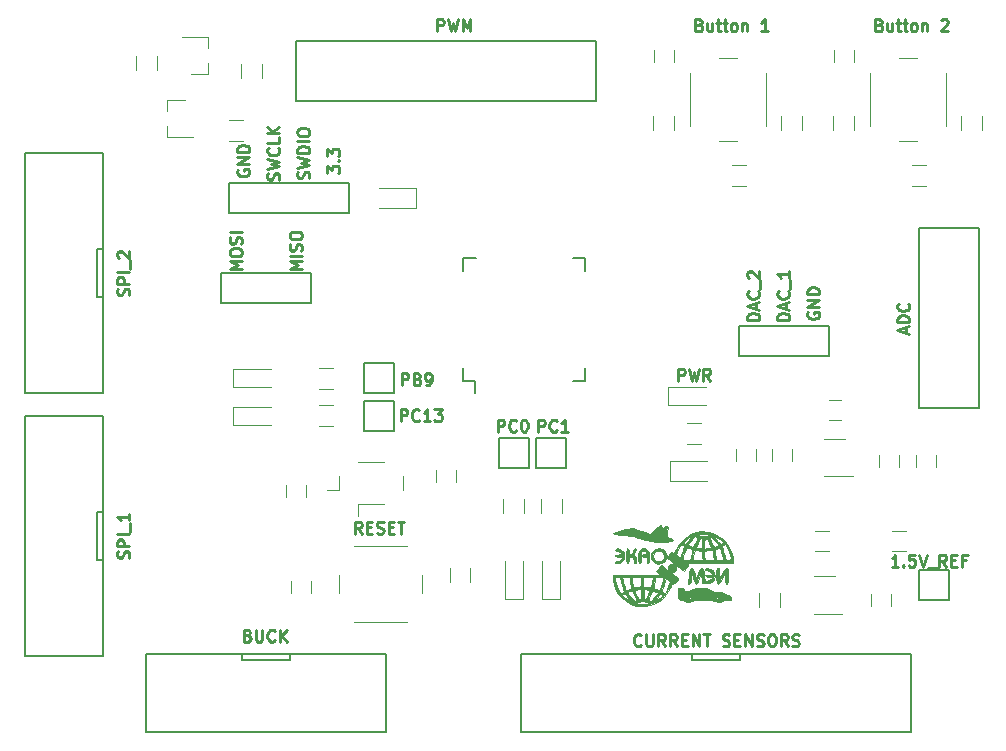
<source format=gbr>
G04 #@! TF.FileFunction,Legend,Top*
%FSLAX46Y46*%
G04 Gerber Fmt 4.6, Leading zero omitted, Abs format (unit mm)*
G04 Created by KiCad (PCBNEW 4.0.7) date 05/24/18 15:52:31*
%MOMM*%
%LPD*%
G01*
G04 APERTURE LIST*
%ADD10C,0.100000*%
%ADD11C,0.250000*%
%ADD12C,0.120000*%
%ADD13C,0.150000*%
%ADD14C,0.010000*%
G04 APERTURE END LIST*
D10*
D11*
X129071667Y-81883095D02*
X129071667Y-81406904D01*
X129357381Y-81978333D02*
X128357381Y-81645000D01*
X129357381Y-81311666D01*
X129357381Y-80978333D02*
X128357381Y-80978333D01*
X128357381Y-80740238D01*
X128405000Y-80597380D01*
X128500238Y-80502142D01*
X128595476Y-80454523D01*
X128785952Y-80406904D01*
X128928810Y-80406904D01*
X129119286Y-80454523D01*
X129214524Y-80502142D01*
X129309762Y-80597380D01*
X129357381Y-80740238D01*
X129357381Y-80978333D01*
X129262143Y-79406904D02*
X129309762Y-79454523D01*
X129357381Y-79597380D01*
X129357381Y-79692618D01*
X129309762Y-79835476D01*
X129214524Y-79930714D01*
X129119286Y-79978333D01*
X128928810Y-80025952D01*
X128785952Y-80025952D01*
X128595476Y-79978333D01*
X128500238Y-79930714D01*
X128405000Y-79835476D01*
X128357381Y-79692618D01*
X128357381Y-79597380D01*
X128405000Y-79454523D01*
X128452619Y-79406904D01*
X106649048Y-108307143D02*
X106601429Y-108354762D01*
X106458572Y-108402381D01*
X106363334Y-108402381D01*
X106220476Y-108354762D01*
X106125238Y-108259524D01*
X106077619Y-108164286D01*
X106030000Y-107973810D01*
X106030000Y-107830952D01*
X106077619Y-107640476D01*
X106125238Y-107545238D01*
X106220476Y-107450000D01*
X106363334Y-107402381D01*
X106458572Y-107402381D01*
X106601429Y-107450000D01*
X106649048Y-107497619D01*
X107077619Y-107402381D02*
X107077619Y-108211905D01*
X107125238Y-108307143D01*
X107172857Y-108354762D01*
X107268095Y-108402381D01*
X107458572Y-108402381D01*
X107553810Y-108354762D01*
X107601429Y-108307143D01*
X107649048Y-108211905D01*
X107649048Y-107402381D01*
X108696667Y-108402381D02*
X108363333Y-107926190D01*
X108125238Y-108402381D02*
X108125238Y-107402381D01*
X108506191Y-107402381D01*
X108601429Y-107450000D01*
X108649048Y-107497619D01*
X108696667Y-107592857D01*
X108696667Y-107735714D01*
X108649048Y-107830952D01*
X108601429Y-107878571D01*
X108506191Y-107926190D01*
X108125238Y-107926190D01*
X109696667Y-108402381D02*
X109363333Y-107926190D01*
X109125238Y-108402381D02*
X109125238Y-107402381D01*
X109506191Y-107402381D01*
X109601429Y-107450000D01*
X109649048Y-107497619D01*
X109696667Y-107592857D01*
X109696667Y-107735714D01*
X109649048Y-107830952D01*
X109601429Y-107878571D01*
X109506191Y-107926190D01*
X109125238Y-107926190D01*
X110125238Y-107878571D02*
X110458572Y-107878571D01*
X110601429Y-108402381D02*
X110125238Y-108402381D01*
X110125238Y-107402381D01*
X110601429Y-107402381D01*
X111030000Y-108402381D02*
X111030000Y-107402381D01*
X111601429Y-108402381D01*
X111601429Y-107402381D01*
X111934762Y-107402381D02*
X112506191Y-107402381D01*
X112220476Y-108402381D02*
X112220476Y-107402381D01*
X113553810Y-108354762D02*
X113696667Y-108402381D01*
X113934763Y-108402381D01*
X114030001Y-108354762D01*
X114077620Y-108307143D01*
X114125239Y-108211905D01*
X114125239Y-108116667D01*
X114077620Y-108021429D01*
X114030001Y-107973810D01*
X113934763Y-107926190D01*
X113744286Y-107878571D01*
X113649048Y-107830952D01*
X113601429Y-107783333D01*
X113553810Y-107688095D01*
X113553810Y-107592857D01*
X113601429Y-107497619D01*
X113649048Y-107450000D01*
X113744286Y-107402381D01*
X113982382Y-107402381D01*
X114125239Y-107450000D01*
X114553810Y-107878571D02*
X114887144Y-107878571D01*
X115030001Y-108402381D02*
X114553810Y-108402381D01*
X114553810Y-107402381D01*
X115030001Y-107402381D01*
X115458572Y-108402381D02*
X115458572Y-107402381D01*
X116030001Y-108402381D01*
X116030001Y-107402381D01*
X116458572Y-108354762D02*
X116601429Y-108402381D01*
X116839525Y-108402381D01*
X116934763Y-108354762D01*
X116982382Y-108307143D01*
X117030001Y-108211905D01*
X117030001Y-108116667D01*
X116982382Y-108021429D01*
X116934763Y-107973810D01*
X116839525Y-107926190D01*
X116649048Y-107878571D01*
X116553810Y-107830952D01*
X116506191Y-107783333D01*
X116458572Y-107688095D01*
X116458572Y-107592857D01*
X116506191Y-107497619D01*
X116553810Y-107450000D01*
X116649048Y-107402381D01*
X116887144Y-107402381D01*
X117030001Y-107450000D01*
X117649048Y-107402381D02*
X117839525Y-107402381D01*
X117934763Y-107450000D01*
X118030001Y-107545238D01*
X118077620Y-107735714D01*
X118077620Y-108069048D01*
X118030001Y-108259524D01*
X117934763Y-108354762D01*
X117839525Y-108402381D01*
X117649048Y-108402381D01*
X117553810Y-108354762D01*
X117458572Y-108259524D01*
X117410953Y-108069048D01*
X117410953Y-107735714D01*
X117458572Y-107545238D01*
X117553810Y-107450000D01*
X117649048Y-107402381D01*
X119077620Y-108402381D02*
X118744286Y-107926190D01*
X118506191Y-108402381D02*
X118506191Y-107402381D01*
X118887144Y-107402381D01*
X118982382Y-107450000D01*
X119030001Y-107497619D01*
X119077620Y-107592857D01*
X119077620Y-107735714D01*
X119030001Y-107830952D01*
X118982382Y-107878571D01*
X118887144Y-107926190D01*
X118506191Y-107926190D01*
X119458572Y-108354762D02*
X119601429Y-108402381D01*
X119839525Y-108402381D01*
X119934763Y-108354762D01*
X119982382Y-108307143D01*
X120030001Y-108211905D01*
X120030001Y-108116667D01*
X119982382Y-108021429D01*
X119934763Y-107973810D01*
X119839525Y-107926190D01*
X119649048Y-107878571D01*
X119553810Y-107830952D01*
X119506191Y-107783333D01*
X119458572Y-107688095D01*
X119458572Y-107592857D01*
X119506191Y-107497619D01*
X119553810Y-107450000D01*
X119649048Y-107402381D01*
X119887144Y-107402381D01*
X120030001Y-107450000D01*
X89400238Y-56332381D02*
X89400238Y-55332381D01*
X89781191Y-55332381D01*
X89876429Y-55380000D01*
X89924048Y-55427619D01*
X89971667Y-55522857D01*
X89971667Y-55665714D01*
X89924048Y-55760952D01*
X89876429Y-55808571D01*
X89781191Y-55856190D01*
X89400238Y-55856190D01*
X90305000Y-55332381D02*
X90543095Y-56332381D01*
X90733572Y-55618095D01*
X90924048Y-56332381D01*
X91162143Y-55332381D01*
X91543095Y-56332381D02*
X91543095Y-55332381D01*
X91876429Y-56046667D01*
X92209762Y-55332381D01*
X92209762Y-56332381D01*
X63269762Y-78715952D02*
X63317381Y-78573095D01*
X63317381Y-78334999D01*
X63269762Y-78239761D01*
X63222143Y-78192142D01*
X63126905Y-78144523D01*
X63031667Y-78144523D01*
X62936429Y-78192142D01*
X62888810Y-78239761D01*
X62841190Y-78334999D01*
X62793571Y-78525476D01*
X62745952Y-78620714D01*
X62698333Y-78668333D01*
X62603095Y-78715952D01*
X62507857Y-78715952D01*
X62412619Y-78668333D01*
X62365000Y-78620714D01*
X62317381Y-78525476D01*
X62317381Y-78287380D01*
X62365000Y-78144523D01*
X63317381Y-77715952D02*
X62317381Y-77715952D01*
X62317381Y-77334999D01*
X62365000Y-77239761D01*
X62412619Y-77192142D01*
X62507857Y-77144523D01*
X62650714Y-77144523D01*
X62745952Y-77192142D01*
X62793571Y-77239761D01*
X62841190Y-77334999D01*
X62841190Y-77715952D01*
X63317381Y-76715952D02*
X62317381Y-76715952D01*
X63412619Y-76477857D02*
X63412619Y-75715952D01*
X62412619Y-75525476D02*
X62365000Y-75477857D01*
X62317381Y-75382619D01*
X62317381Y-75144523D01*
X62365000Y-75049285D01*
X62412619Y-75001666D01*
X62507857Y-74954047D01*
X62603095Y-74954047D01*
X62745952Y-75001666D01*
X63317381Y-75573095D01*
X63317381Y-74954047D01*
X63269762Y-100940952D02*
X63317381Y-100798095D01*
X63317381Y-100559999D01*
X63269762Y-100464761D01*
X63222143Y-100417142D01*
X63126905Y-100369523D01*
X63031667Y-100369523D01*
X62936429Y-100417142D01*
X62888810Y-100464761D01*
X62841190Y-100559999D01*
X62793571Y-100750476D01*
X62745952Y-100845714D01*
X62698333Y-100893333D01*
X62603095Y-100940952D01*
X62507857Y-100940952D01*
X62412619Y-100893333D01*
X62365000Y-100845714D01*
X62317381Y-100750476D01*
X62317381Y-100512380D01*
X62365000Y-100369523D01*
X63317381Y-99940952D02*
X62317381Y-99940952D01*
X62317381Y-99559999D01*
X62365000Y-99464761D01*
X62412619Y-99417142D01*
X62507857Y-99369523D01*
X62650714Y-99369523D01*
X62745952Y-99417142D01*
X62793571Y-99464761D01*
X62841190Y-99559999D01*
X62841190Y-99940952D01*
X63317381Y-98940952D02*
X62317381Y-98940952D01*
X63412619Y-98702857D02*
X63412619Y-97940952D01*
X63317381Y-97179047D02*
X63317381Y-97750476D01*
X63317381Y-97464762D02*
X62317381Y-97464762D01*
X62460238Y-97560000D01*
X62555476Y-97655238D01*
X62603095Y-97750476D01*
X73350620Y-107497571D02*
X73493477Y-107545190D01*
X73541096Y-107592810D01*
X73588715Y-107688048D01*
X73588715Y-107830905D01*
X73541096Y-107926143D01*
X73493477Y-107973762D01*
X73398239Y-108021381D01*
X73017286Y-108021381D01*
X73017286Y-107021381D01*
X73350620Y-107021381D01*
X73445858Y-107069000D01*
X73493477Y-107116619D01*
X73541096Y-107211857D01*
X73541096Y-107307095D01*
X73493477Y-107402333D01*
X73445858Y-107449952D01*
X73350620Y-107497571D01*
X73017286Y-107497571D01*
X74017286Y-107021381D02*
X74017286Y-107830905D01*
X74064905Y-107926143D01*
X74112524Y-107973762D01*
X74207762Y-108021381D01*
X74398239Y-108021381D01*
X74493477Y-107973762D01*
X74541096Y-107926143D01*
X74588715Y-107830905D01*
X74588715Y-107021381D01*
X75636334Y-107926143D02*
X75588715Y-107973762D01*
X75445858Y-108021381D01*
X75350620Y-108021381D01*
X75207762Y-107973762D01*
X75112524Y-107878524D01*
X75064905Y-107783286D01*
X75017286Y-107592810D01*
X75017286Y-107449952D01*
X75064905Y-107259476D01*
X75112524Y-107164238D01*
X75207762Y-107069000D01*
X75350620Y-107021381D01*
X75445858Y-107021381D01*
X75588715Y-107069000D01*
X75636334Y-107116619D01*
X76064905Y-108021381D02*
X76064905Y-107021381D01*
X76636334Y-108021381D02*
X76207762Y-107449952D01*
X76636334Y-107021381D02*
X76064905Y-107592810D01*
X86296714Y-89352381D02*
X86296714Y-88352381D01*
X86677667Y-88352381D01*
X86772905Y-88400000D01*
X86820524Y-88447619D01*
X86868143Y-88542857D01*
X86868143Y-88685714D01*
X86820524Y-88780952D01*
X86772905Y-88828571D01*
X86677667Y-88876190D01*
X86296714Y-88876190D01*
X87868143Y-89257143D02*
X87820524Y-89304762D01*
X87677667Y-89352381D01*
X87582429Y-89352381D01*
X87439571Y-89304762D01*
X87344333Y-89209524D01*
X87296714Y-89114286D01*
X87249095Y-88923810D01*
X87249095Y-88780952D01*
X87296714Y-88590476D01*
X87344333Y-88495238D01*
X87439571Y-88400000D01*
X87582429Y-88352381D01*
X87677667Y-88352381D01*
X87820524Y-88400000D01*
X87868143Y-88447619D01*
X88820524Y-89352381D02*
X88249095Y-89352381D01*
X88534809Y-89352381D02*
X88534809Y-88352381D01*
X88439571Y-88495238D01*
X88344333Y-88590476D01*
X88249095Y-88638095D01*
X89153857Y-88352381D02*
X89772905Y-88352381D01*
X89439571Y-88733333D01*
X89582429Y-88733333D01*
X89677667Y-88780952D01*
X89725286Y-88828571D01*
X89772905Y-88923810D01*
X89772905Y-89161905D01*
X89725286Y-89257143D01*
X89677667Y-89304762D01*
X89582429Y-89352381D01*
X89296714Y-89352381D01*
X89201476Y-89304762D01*
X89153857Y-89257143D01*
X86391905Y-86304381D02*
X86391905Y-85304381D01*
X86772858Y-85304381D01*
X86868096Y-85352000D01*
X86915715Y-85399619D01*
X86963334Y-85494857D01*
X86963334Y-85637714D01*
X86915715Y-85732952D01*
X86868096Y-85780571D01*
X86772858Y-85828190D01*
X86391905Y-85828190D01*
X87725239Y-85780571D02*
X87868096Y-85828190D01*
X87915715Y-85875810D01*
X87963334Y-85971048D01*
X87963334Y-86113905D01*
X87915715Y-86209143D01*
X87868096Y-86256762D01*
X87772858Y-86304381D01*
X87391905Y-86304381D01*
X87391905Y-85304381D01*
X87725239Y-85304381D01*
X87820477Y-85352000D01*
X87868096Y-85399619D01*
X87915715Y-85494857D01*
X87915715Y-85590095D01*
X87868096Y-85685333D01*
X87820477Y-85732952D01*
X87725239Y-85780571D01*
X87391905Y-85780571D01*
X88439524Y-86304381D02*
X88630000Y-86304381D01*
X88725239Y-86256762D01*
X88772858Y-86209143D01*
X88868096Y-86066286D01*
X88915715Y-85875810D01*
X88915715Y-85494857D01*
X88868096Y-85399619D01*
X88820477Y-85352000D01*
X88725239Y-85304381D01*
X88534762Y-85304381D01*
X88439524Y-85352000D01*
X88391905Y-85399619D01*
X88344286Y-85494857D01*
X88344286Y-85732952D01*
X88391905Y-85828190D01*
X88439524Y-85875810D01*
X88534762Y-85923429D01*
X88725239Y-85923429D01*
X88820477Y-85875810D01*
X88868096Y-85828190D01*
X88915715Y-85732952D01*
X97948905Y-90241381D02*
X97948905Y-89241381D01*
X98329858Y-89241381D01*
X98425096Y-89289000D01*
X98472715Y-89336619D01*
X98520334Y-89431857D01*
X98520334Y-89574714D01*
X98472715Y-89669952D01*
X98425096Y-89717571D01*
X98329858Y-89765190D01*
X97948905Y-89765190D01*
X99520334Y-90146143D02*
X99472715Y-90193762D01*
X99329858Y-90241381D01*
X99234620Y-90241381D01*
X99091762Y-90193762D01*
X98996524Y-90098524D01*
X98948905Y-90003286D01*
X98901286Y-89812810D01*
X98901286Y-89669952D01*
X98948905Y-89479476D01*
X98996524Y-89384238D01*
X99091762Y-89289000D01*
X99234620Y-89241381D01*
X99329858Y-89241381D01*
X99472715Y-89289000D01*
X99520334Y-89336619D01*
X100472715Y-90241381D02*
X99901286Y-90241381D01*
X100187000Y-90241381D02*
X100187000Y-89241381D01*
X100091762Y-89384238D01*
X99996524Y-89479476D01*
X99901286Y-89527095D01*
X94519905Y-90241381D02*
X94519905Y-89241381D01*
X94900858Y-89241381D01*
X94996096Y-89289000D01*
X95043715Y-89336619D01*
X95091334Y-89431857D01*
X95091334Y-89574714D01*
X95043715Y-89669952D01*
X94996096Y-89717571D01*
X94900858Y-89765190D01*
X94519905Y-89765190D01*
X96091334Y-90146143D02*
X96043715Y-90193762D01*
X95900858Y-90241381D01*
X95805620Y-90241381D01*
X95662762Y-90193762D01*
X95567524Y-90098524D01*
X95519905Y-90003286D01*
X95472286Y-89812810D01*
X95472286Y-89669952D01*
X95519905Y-89479476D01*
X95567524Y-89384238D01*
X95662762Y-89289000D01*
X95805620Y-89241381D01*
X95900858Y-89241381D01*
X96043715Y-89289000D01*
X96091334Y-89336619D01*
X96710381Y-89241381D02*
X96805620Y-89241381D01*
X96900858Y-89289000D01*
X96948477Y-89336619D01*
X96996096Y-89431857D01*
X97043715Y-89622333D01*
X97043715Y-89860429D01*
X96996096Y-90050905D01*
X96948477Y-90146143D01*
X96900858Y-90193762D01*
X96805620Y-90241381D01*
X96710381Y-90241381D01*
X96615143Y-90193762D01*
X96567524Y-90146143D01*
X96519905Y-90050905D01*
X96472286Y-89860429D01*
X96472286Y-89622333D01*
X96519905Y-89431857D01*
X96567524Y-89336619D01*
X96615143Y-89289000D01*
X96710381Y-89241381D01*
X128444953Y-101671381D02*
X127873524Y-101671381D01*
X128159238Y-101671381D02*
X128159238Y-100671381D01*
X128064000Y-100814238D01*
X127968762Y-100909476D01*
X127873524Y-100957095D01*
X128873524Y-101576143D02*
X128921143Y-101623762D01*
X128873524Y-101671381D01*
X128825905Y-101623762D01*
X128873524Y-101576143D01*
X128873524Y-101671381D01*
X129825905Y-100671381D02*
X129349714Y-100671381D01*
X129302095Y-101147571D01*
X129349714Y-101099952D01*
X129444952Y-101052333D01*
X129683048Y-101052333D01*
X129778286Y-101099952D01*
X129825905Y-101147571D01*
X129873524Y-101242810D01*
X129873524Y-101480905D01*
X129825905Y-101576143D01*
X129778286Y-101623762D01*
X129683048Y-101671381D01*
X129444952Y-101671381D01*
X129349714Y-101623762D01*
X129302095Y-101576143D01*
X130159238Y-100671381D02*
X130492571Y-101671381D01*
X130825905Y-100671381D01*
X130921143Y-101766619D02*
X131683048Y-101766619D01*
X132492572Y-101671381D02*
X132159238Y-101195190D01*
X131921143Y-101671381D02*
X131921143Y-100671381D01*
X132302096Y-100671381D01*
X132397334Y-100719000D01*
X132444953Y-100766619D01*
X132492572Y-100861857D01*
X132492572Y-101004714D01*
X132444953Y-101099952D01*
X132397334Y-101147571D01*
X132302096Y-101195190D01*
X131921143Y-101195190D01*
X132921143Y-101147571D02*
X133254477Y-101147571D01*
X133397334Y-101671381D02*
X132921143Y-101671381D01*
X132921143Y-100671381D01*
X133397334Y-100671381D01*
X134159239Y-101147571D02*
X133825905Y-101147571D01*
X133825905Y-101671381D02*
X133825905Y-100671381D01*
X134302096Y-100671381D01*
X72842381Y-76501428D02*
X71842381Y-76501428D01*
X72556667Y-76168094D01*
X71842381Y-75834761D01*
X72842381Y-75834761D01*
X71842381Y-75168095D02*
X71842381Y-74977618D01*
X71890000Y-74882380D01*
X71985238Y-74787142D01*
X72175714Y-74739523D01*
X72509048Y-74739523D01*
X72699524Y-74787142D01*
X72794762Y-74882380D01*
X72842381Y-74977618D01*
X72842381Y-75168095D01*
X72794762Y-75263333D01*
X72699524Y-75358571D01*
X72509048Y-75406190D01*
X72175714Y-75406190D01*
X71985238Y-75358571D01*
X71890000Y-75263333D01*
X71842381Y-75168095D01*
X72794762Y-74358571D02*
X72842381Y-74215714D01*
X72842381Y-73977618D01*
X72794762Y-73882380D01*
X72747143Y-73834761D01*
X72651905Y-73787142D01*
X72556667Y-73787142D01*
X72461429Y-73834761D01*
X72413810Y-73882380D01*
X72366190Y-73977618D01*
X72318571Y-74168095D01*
X72270952Y-74263333D01*
X72223333Y-74310952D01*
X72128095Y-74358571D01*
X72032857Y-74358571D01*
X71937619Y-74310952D01*
X71890000Y-74263333D01*
X71842381Y-74168095D01*
X71842381Y-73929999D01*
X71890000Y-73787142D01*
X72842381Y-73358571D02*
X71842381Y-73358571D01*
X77922381Y-76501428D02*
X76922381Y-76501428D01*
X77636667Y-76168094D01*
X76922381Y-75834761D01*
X77922381Y-75834761D01*
X77922381Y-75358571D02*
X76922381Y-75358571D01*
X77874762Y-74930000D02*
X77922381Y-74787143D01*
X77922381Y-74549047D01*
X77874762Y-74453809D01*
X77827143Y-74406190D01*
X77731905Y-74358571D01*
X77636667Y-74358571D01*
X77541429Y-74406190D01*
X77493810Y-74453809D01*
X77446190Y-74549047D01*
X77398571Y-74739524D01*
X77350952Y-74834762D01*
X77303333Y-74882381D01*
X77208095Y-74930000D01*
X77112857Y-74930000D01*
X77017619Y-74882381D01*
X76970000Y-74834762D01*
X76922381Y-74739524D01*
X76922381Y-74501428D01*
X76970000Y-74358571D01*
X76922381Y-73739524D02*
X76922381Y-73549047D01*
X76970000Y-73453809D01*
X77065238Y-73358571D01*
X77255714Y-73310952D01*
X77589048Y-73310952D01*
X77779524Y-73358571D01*
X77874762Y-73453809D01*
X77922381Y-73549047D01*
X77922381Y-73739524D01*
X77874762Y-73834762D01*
X77779524Y-73930000D01*
X77589048Y-73977619D01*
X77255714Y-73977619D01*
X77065238Y-73930000D01*
X76970000Y-73834762D01*
X76922381Y-73739524D01*
X116657381Y-80787619D02*
X115657381Y-80787619D01*
X115657381Y-80549524D01*
X115705000Y-80406666D01*
X115800238Y-80311428D01*
X115895476Y-80263809D01*
X116085952Y-80216190D01*
X116228810Y-80216190D01*
X116419286Y-80263809D01*
X116514524Y-80311428D01*
X116609762Y-80406666D01*
X116657381Y-80549524D01*
X116657381Y-80787619D01*
X116371667Y-79835238D02*
X116371667Y-79359047D01*
X116657381Y-79930476D02*
X115657381Y-79597143D01*
X116657381Y-79263809D01*
X116562143Y-78359047D02*
X116609762Y-78406666D01*
X116657381Y-78549523D01*
X116657381Y-78644761D01*
X116609762Y-78787619D01*
X116514524Y-78882857D01*
X116419286Y-78930476D01*
X116228810Y-78978095D01*
X116085952Y-78978095D01*
X115895476Y-78930476D01*
X115800238Y-78882857D01*
X115705000Y-78787619D01*
X115657381Y-78644761D01*
X115657381Y-78549523D01*
X115705000Y-78406666D01*
X115752619Y-78359047D01*
X116752619Y-78168571D02*
X116752619Y-77406666D01*
X115752619Y-77216190D02*
X115705000Y-77168571D01*
X115657381Y-77073333D01*
X115657381Y-76835237D01*
X115705000Y-76739999D01*
X115752619Y-76692380D01*
X115847857Y-76644761D01*
X115943095Y-76644761D01*
X116085952Y-76692380D01*
X116657381Y-77263809D01*
X116657381Y-76644761D01*
X119197381Y-80787619D02*
X118197381Y-80787619D01*
X118197381Y-80549524D01*
X118245000Y-80406666D01*
X118340238Y-80311428D01*
X118435476Y-80263809D01*
X118625952Y-80216190D01*
X118768810Y-80216190D01*
X118959286Y-80263809D01*
X119054524Y-80311428D01*
X119149762Y-80406666D01*
X119197381Y-80549524D01*
X119197381Y-80787619D01*
X118911667Y-79835238D02*
X118911667Y-79359047D01*
X119197381Y-79930476D02*
X118197381Y-79597143D01*
X119197381Y-79263809D01*
X119102143Y-78359047D02*
X119149762Y-78406666D01*
X119197381Y-78549523D01*
X119197381Y-78644761D01*
X119149762Y-78787619D01*
X119054524Y-78882857D01*
X118959286Y-78930476D01*
X118768810Y-78978095D01*
X118625952Y-78978095D01*
X118435476Y-78930476D01*
X118340238Y-78882857D01*
X118245000Y-78787619D01*
X118197381Y-78644761D01*
X118197381Y-78549523D01*
X118245000Y-78406666D01*
X118292619Y-78359047D01*
X119292619Y-78168571D02*
X119292619Y-77406666D01*
X119197381Y-76644761D02*
X119197381Y-77216190D01*
X119197381Y-76930476D02*
X118197381Y-76930476D01*
X118340238Y-77025714D01*
X118435476Y-77120952D01*
X118483095Y-77216190D01*
X120785000Y-80136904D02*
X120737381Y-80232142D01*
X120737381Y-80374999D01*
X120785000Y-80517857D01*
X120880238Y-80613095D01*
X120975476Y-80660714D01*
X121165952Y-80708333D01*
X121308810Y-80708333D01*
X121499286Y-80660714D01*
X121594524Y-80613095D01*
X121689762Y-80517857D01*
X121737381Y-80374999D01*
X121737381Y-80279761D01*
X121689762Y-80136904D01*
X121642143Y-80089285D01*
X121308810Y-80089285D01*
X121308810Y-80279761D01*
X121737381Y-79660714D02*
X120737381Y-79660714D01*
X121737381Y-79089285D01*
X120737381Y-79089285D01*
X121737381Y-78613095D02*
X120737381Y-78613095D01*
X120737381Y-78375000D01*
X120785000Y-78232142D01*
X120880238Y-78136904D01*
X120975476Y-78089285D01*
X121165952Y-78041666D01*
X121308810Y-78041666D01*
X121499286Y-78089285D01*
X121594524Y-78136904D01*
X121689762Y-78232142D01*
X121737381Y-78375000D01*
X121737381Y-78613095D01*
X109791667Y-85923381D02*
X109791667Y-84923381D01*
X110172620Y-84923381D01*
X110267858Y-84971000D01*
X110315477Y-85018619D01*
X110363096Y-85113857D01*
X110363096Y-85256714D01*
X110315477Y-85351952D01*
X110267858Y-85399571D01*
X110172620Y-85447190D01*
X109791667Y-85447190D01*
X110696429Y-84923381D02*
X110934524Y-85923381D01*
X111125001Y-85209095D01*
X111315477Y-85923381D01*
X111553572Y-84923381D01*
X112505953Y-85923381D02*
X112172619Y-85447190D01*
X111934524Y-85923381D02*
X111934524Y-84923381D01*
X112315477Y-84923381D01*
X112410715Y-84971000D01*
X112458334Y-85018619D01*
X112505953Y-85113857D01*
X112505953Y-85256714D01*
X112458334Y-85351952D01*
X112410715Y-85399571D01*
X112315477Y-85447190D01*
X111934524Y-85447190D01*
X126825714Y-55808571D02*
X126968571Y-55856190D01*
X127016190Y-55903810D01*
X127063809Y-55999048D01*
X127063809Y-56141905D01*
X127016190Y-56237143D01*
X126968571Y-56284762D01*
X126873333Y-56332381D01*
X126492380Y-56332381D01*
X126492380Y-55332381D01*
X126825714Y-55332381D01*
X126920952Y-55380000D01*
X126968571Y-55427619D01*
X127016190Y-55522857D01*
X127016190Y-55618095D01*
X126968571Y-55713333D01*
X126920952Y-55760952D01*
X126825714Y-55808571D01*
X126492380Y-55808571D01*
X127920952Y-55665714D02*
X127920952Y-56332381D01*
X127492380Y-55665714D02*
X127492380Y-56189524D01*
X127539999Y-56284762D01*
X127635237Y-56332381D01*
X127778095Y-56332381D01*
X127873333Y-56284762D01*
X127920952Y-56237143D01*
X128254285Y-55665714D02*
X128635237Y-55665714D01*
X128397142Y-55332381D02*
X128397142Y-56189524D01*
X128444761Y-56284762D01*
X128539999Y-56332381D01*
X128635237Y-56332381D01*
X128825714Y-55665714D02*
X129206666Y-55665714D01*
X128968571Y-55332381D02*
X128968571Y-56189524D01*
X129016190Y-56284762D01*
X129111428Y-56332381D01*
X129206666Y-56332381D01*
X129682857Y-56332381D02*
X129587619Y-56284762D01*
X129540000Y-56237143D01*
X129492381Y-56141905D01*
X129492381Y-55856190D01*
X129540000Y-55760952D01*
X129587619Y-55713333D01*
X129682857Y-55665714D01*
X129825715Y-55665714D01*
X129920953Y-55713333D01*
X129968572Y-55760952D01*
X130016191Y-55856190D01*
X130016191Y-56141905D01*
X129968572Y-56237143D01*
X129920953Y-56284762D01*
X129825715Y-56332381D01*
X129682857Y-56332381D01*
X130444762Y-55665714D02*
X130444762Y-56332381D01*
X130444762Y-55760952D02*
X130492381Y-55713333D01*
X130587619Y-55665714D01*
X130730477Y-55665714D01*
X130825715Y-55713333D01*
X130873334Y-55808571D01*
X130873334Y-56332381D01*
X132063810Y-55427619D02*
X132111429Y-55380000D01*
X132206667Y-55332381D01*
X132444763Y-55332381D01*
X132540001Y-55380000D01*
X132587620Y-55427619D01*
X132635239Y-55522857D01*
X132635239Y-55618095D01*
X132587620Y-55760952D01*
X132016191Y-56332381D01*
X132635239Y-56332381D01*
X111585714Y-55808571D02*
X111728571Y-55856190D01*
X111776190Y-55903810D01*
X111823809Y-55999048D01*
X111823809Y-56141905D01*
X111776190Y-56237143D01*
X111728571Y-56284762D01*
X111633333Y-56332381D01*
X111252380Y-56332381D01*
X111252380Y-55332381D01*
X111585714Y-55332381D01*
X111680952Y-55380000D01*
X111728571Y-55427619D01*
X111776190Y-55522857D01*
X111776190Y-55618095D01*
X111728571Y-55713333D01*
X111680952Y-55760952D01*
X111585714Y-55808571D01*
X111252380Y-55808571D01*
X112680952Y-55665714D02*
X112680952Y-56332381D01*
X112252380Y-55665714D02*
X112252380Y-56189524D01*
X112299999Y-56284762D01*
X112395237Y-56332381D01*
X112538095Y-56332381D01*
X112633333Y-56284762D01*
X112680952Y-56237143D01*
X113014285Y-55665714D02*
X113395237Y-55665714D01*
X113157142Y-55332381D02*
X113157142Y-56189524D01*
X113204761Y-56284762D01*
X113299999Y-56332381D01*
X113395237Y-56332381D01*
X113585714Y-55665714D02*
X113966666Y-55665714D01*
X113728571Y-55332381D02*
X113728571Y-56189524D01*
X113776190Y-56284762D01*
X113871428Y-56332381D01*
X113966666Y-56332381D01*
X114442857Y-56332381D02*
X114347619Y-56284762D01*
X114300000Y-56237143D01*
X114252381Y-56141905D01*
X114252381Y-55856190D01*
X114300000Y-55760952D01*
X114347619Y-55713333D01*
X114442857Y-55665714D01*
X114585715Y-55665714D01*
X114680953Y-55713333D01*
X114728572Y-55760952D01*
X114776191Y-55856190D01*
X114776191Y-56141905D01*
X114728572Y-56237143D01*
X114680953Y-56284762D01*
X114585715Y-56332381D01*
X114442857Y-56332381D01*
X115204762Y-55665714D02*
X115204762Y-56332381D01*
X115204762Y-55760952D02*
X115252381Y-55713333D01*
X115347619Y-55665714D01*
X115490477Y-55665714D01*
X115585715Y-55713333D01*
X115633334Y-55808571D01*
X115633334Y-56332381D01*
X117395239Y-56332381D02*
X116823810Y-56332381D01*
X117109524Y-56332381D02*
X117109524Y-55332381D01*
X117014286Y-55475238D01*
X116919048Y-55570476D01*
X116823810Y-55618095D01*
X83002619Y-98877381D02*
X82669285Y-98401190D01*
X82431190Y-98877381D02*
X82431190Y-97877381D01*
X82812143Y-97877381D01*
X82907381Y-97925000D01*
X82955000Y-97972619D01*
X83002619Y-98067857D01*
X83002619Y-98210714D01*
X82955000Y-98305952D01*
X82907381Y-98353571D01*
X82812143Y-98401190D01*
X82431190Y-98401190D01*
X83431190Y-98353571D02*
X83764524Y-98353571D01*
X83907381Y-98877381D02*
X83431190Y-98877381D01*
X83431190Y-97877381D01*
X83907381Y-97877381D01*
X84288333Y-98829762D02*
X84431190Y-98877381D01*
X84669286Y-98877381D01*
X84764524Y-98829762D01*
X84812143Y-98782143D01*
X84859762Y-98686905D01*
X84859762Y-98591667D01*
X84812143Y-98496429D01*
X84764524Y-98448810D01*
X84669286Y-98401190D01*
X84478809Y-98353571D01*
X84383571Y-98305952D01*
X84335952Y-98258333D01*
X84288333Y-98163095D01*
X84288333Y-98067857D01*
X84335952Y-97972619D01*
X84383571Y-97925000D01*
X84478809Y-97877381D01*
X84716905Y-97877381D01*
X84859762Y-97925000D01*
X85288333Y-98353571D02*
X85621667Y-98353571D01*
X85764524Y-98877381D02*
X85288333Y-98877381D01*
X85288333Y-97877381D01*
X85764524Y-97877381D01*
X86050238Y-97877381D02*
X86621667Y-97877381D01*
X86335952Y-98877381D02*
X86335952Y-97877381D01*
X80097381Y-68357619D02*
X80097381Y-67738571D01*
X80478333Y-68071905D01*
X80478333Y-67929047D01*
X80525952Y-67833809D01*
X80573571Y-67786190D01*
X80668810Y-67738571D01*
X80906905Y-67738571D01*
X81002143Y-67786190D01*
X81049762Y-67833809D01*
X81097381Y-67929047D01*
X81097381Y-68214762D01*
X81049762Y-68310000D01*
X81002143Y-68357619D01*
X81002143Y-67310000D02*
X81049762Y-67262381D01*
X81097381Y-67310000D01*
X81049762Y-67357619D01*
X81002143Y-67310000D01*
X81097381Y-67310000D01*
X80097381Y-66929048D02*
X80097381Y-66310000D01*
X80478333Y-66643334D01*
X80478333Y-66500476D01*
X80525952Y-66405238D01*
X80573571Y-66357619D01*
X80668810Y-66310000D01*
X80906905Y-66310000D01*
X81002143Y-66357619D01*
X81049762Y-66405238D01*
X81097381Y-66500476D01*
X81097381Y-66786191D01*
X81049762Y-66881429D01*
X81002143Y-66929048D01*
X78509762Y-68794047D02*
X78557381Y-68651190D01*
X78557381Y-68413094D01*
X78509762Y-68317856D01*
X78462143Y-68270237D01*
X78366905Y-68222618D01*
X78271667Y-68222618D01*
X78176429Y-68270237D01*
X78128810Y-68317856D01*
X78081190Y-68413094D01*
X78033571Y-68603571D01*
X77985952Y-68698809D01*
X77938333Y-68746428D01*
X77843095Y-68794047D01*
X77747857Y-68794047D01*
X77652619Y-68746428D01*
X77605000Y-68698809D01*
X77557381Y-68603571D01*
X77557381Y-68365475D01*
X77605000Y-68222618D01*
X77557381Y-67889285D02*
X78557381Y-67651190D01*
X77843095Y-67460713D01*
X78557381Y-67270237D01*
X77557381Y-67032142D01*
X78557381Y-66651190D02*
X77557381Y-66651190D01*
X77557381Y-66413095D01*
X77605000Y-66270237D01*
X77700238Y-66174999D01*
X77795476Y-66127380D01*
X77985952Y-66079761D01*
X78128810Y-66079761D01*
X78319286Y-66127380D01*
X78414524Y-66174999D01*
X78509762Y-66270237D01*
X78557381Y-66413095D01*
X78557381Y-66651190D01*
X78557381Y-65651190D02*
X77557381Y-65651190D01*
X77557381Y-64984524D02*
X77557381Y-64794047D01*
X77605000Y-64698809D01*
X77700238Y-64603571D01*
X77890714Y-64555952D01*
X78224048Y-64555952D01*
X78414524Y-64603571D01*
X78509762Y-64698809D01*
X78557381Y-64794047D01*
X78557381Y-64984524D01*
X78509762Y-65079762D01*
X78414524Y-65175000D01*
X78224048Y-65222619D01*
X77890714Y-65222619D01*
X77700238Y-65175000D01*
X77605000Y-65079762D01*
X77557381Y-64984524D01*
X75969762Y-68936905D02*
X76017381Y-68794048D01*
X76017381Y-68555952D01*
X75969762Y-68460714D01*
X75922143Y-68413095D01*
X75826905Y-68365476D01*
X75731667Y-68365476D01*
X75636429Y-68413095D01*
X75588810Y-68460714D01*
X75541190Y-68555952D01*
X75493571Y-68746429D01*
X75445952Y-68841667D01*
X75398333Y-68889286D01*
X75303095Y-68936905D01*
X75207857Y-68936905D01*
X75112619Y-68889286D01*
X75065000Y-68841667D01*
X75017381Y-68746429D01*
X75017381Y-68508333D01*
X75065000Y-68365476D01*
X75017381Y-68032143D02*
X76017381Y-67794048D01*
X75303095Y-67603571D01*
X76017381Y-67413095D01*
X75017381Y-67175000D01*
X75922143Y-66222619D02*
X75969762Y-66270238D01*
X76017381Y-66413095D01*
X76017381Y-66508333D01*
X75969762Y-66651191D01*
X75874524Y-66746429D01*
X75779286Y-66794048D01*
X75588810Y-66841667D01*
X75445952Y-66841667D01*
X75255476Y-66794048D01*
X75160238Y-66746429D01*
X75065000Y-66651191D01*
X75017381Y-66508333D01*
X75017381Y-66413095D01*
X75065000Y-66270238D01*
X75112619Y-66222619D01*
X76017381Y-65317857D02*
X76017381Y-65794048D01*
X75017381Y-65794048D01*
X76017381Y-64984524D02*
X75017381Y-64984524D01*
X76017381Y-64413095D02*
X75445952Y-64841667D01*
X75017381Y-64413095D02*
X75588810Y-64984524D01*
X72525000Y-68071904D02*
X72477381Y-68167142D01*
X72477381Y-68309999D01*
X72525000Y-68452857D01*
X72620238Y-68548095D01*
X72715476Y-68595714D01*
X72905952Y-68643333D01*
X73048810Y-68643333D01*
X73239286Y-68595714D01*
X73334524Y-68548095D01*
X73429762Y-68452857D01*
X73477381Y-68309999D01*
X73477381Y-68214761D01*
X73429762Y-68071904D01*
X73382143Y-68024285D01*
X73048810Y-68024285D01*
X73048810Y-68214761D01*
X73477381Y-67595714D02*
X72477381Y-67595714D01*
X73477381Y-67024285D01*
X72477381Y-67024285D01*
X73477381Y-66548095D02*
X72477381Y-66548095D01*
X72477381Y-66310000D01*
X72525000Y-66167142D01*
X72620238Y-66071904D01*
X72715476Y-66024285D01*
X72905952Y-65976666D01*
X73048810Y-65976666D01*
X73239286Y-66024285D01*
X73334524Y-66071904D01*
X73429762Y-66167142D01*
X73477381Y-66310000D01*
X73477381Y-66548095D01*
D12*
X82325000Y-106405000D02*
X86825000Y-106405000D01*
X81075000Y-102405000D02*
X81075000Y-103905000D01*
X86825000Y-99905000D02*
X82325000Y-99905000D01*
X88075000Y-103905000D02*
X88075000Y-102405000D01*
X69975000Y-60000000D02*
X69975000Y-59070000D01*
X69975000Y-56840000D02*
X69975000Y-57770000D01*
X69975000Y-56840000D02*
X67815000Y-56840000D01*
X69975000Y-60000000D02*
X68515000Y-60000000D01*
X122975000Y-57920000D02*
X122975000Y-58920000D01*
X124675000Y-58920000D02*
X124675000Y-57920000D01*
X78675000Y-103905000D02*
X78675000Y-102905000D01*
X76975000Y-102905000D02*
X76975000Y-103905000D01*
X127850000Y-105000000D02*
X127850000Y-104000000D01*
X126150000Y-104000000D02*
X126150000Y-105000000D01*
X107735000Y-57920000D02*
X107735000Y-58920000D01*
X109435000Y-58920000D02*
X109435000Y-57920000D01*
X131660000Y-93210000D02*
X131660000Y-92210000D01*
X129960000Y-92210000D02*
X129960000Y-93210000D01*
X128485000Y-93210000D02*
X128485000Y-92210000D01*
X126785000Y-92210000D02*
X126785000Y-93210000D01*
X123563000Y-87542000D02*
X122563000Y-87542000D01*
X122563000Y-89242000D02*
X123563000Y-89242000D01*
X117768000Y-91702000D02*
X117768000Y-92702000D01*
X119468000Y-92702000D02*
X119468000Y-91702000D01*
X114720000Y-91702000D02*
X114720000Y-92702000D01*
X116420000Y-92702000D02*
X116420000Y-91702000D01*
X78320000Y-95750000D02*
X78320000Y-94750000D01*
X76620000Y-94750000D02*
X76620000Y-95750000D01*
X89320000Y-93480000D02*
X89320000Y-94480000D01*
X91020000Y-94480000D02*
X91020000Y-93480000D01*
X87625000Y-71335000D02*
X87625000Y-69635000D01*
X87625000Y-69635000D02*
X84475000Y-69635000D01*
X87625000Y-71335000D02*
X84475000Y-71335000D01*
X109098000Y-92749000D02*
X109098000Y-94449000D01*
X109098000Y-94449000D02*
X112248000Y-94449000D01*
X109098000Y-92749000D02*
X112248000Y-92749000D01*
X112125000Y-87999000D02*
X108925000Y-87999000D01*
X108925000Y-86499000D02*
X112125000Y-86499000D01*
X108925000Y-86499000D02*
X108925000Y-87999000D01*
X96635000Y-101235000D02*
X96635000Y-104435000D01*
X95135000Y-104435000D02*
X95135000Y-101235000D01*
X95135000Y-104435000D02*
X96635000Y-104435000D01*
X99810000Y-101235000D02*
X99810000Y-104435000D01*
X98310000Y-104435000D02*
X98310000Y-101235000D01*
X98310000Y-104435000D02*
X99810000Y-104435000D01*
X75295000Y-89650000D02*
X72095000Y-89650000D01*
X72095000Y-88150000D02*
X75295000Y-88150000D01*
X72095000Y-88150000D02*
X72095000Y-89650000D01*
X75295000Y-86475000D02*
X72095000Y-86475000D01*
X72095000Y-84975000D02*
X75295000Y-84975000D01*
X72095000Y-84975000D02*
X72095000Y-86475000D01*
D13*
X74295000Y-69215000D02*
X76835000Y-69215000D01*
X76835000Y-71755000D02*
X74295000Y-71755000D01*
X74295000Y-71755000D02*
X71755000Y-71755000D01*
X71755000Y-71755000D02*
X71755000Y-69215000D01*
X71755000Y-69215000D02*
X74295000Y-69215000D01*
X76835000Y-69215000D02*
X79375000Y-69215000D01*
X79375000Y-71755000D02*
X76835000Y-71755000D01*
X81915000Y-69215000D02*
X81915000Y-71755000D01*
X81915000Y-71755000D02*
X79375000Y-71755000D01*
X79375000Y-69215000D02*
X81915000Y-69215000D01*
X115062000Y-109601000D02*
X110998000Y-109601000D01*
X110998000Y-109601000D02*
X110998000Y-109093000D01*
X110998000Y-109093000D02*
X115062000Y-109093000D01*
X115062000Y-109093000D02*
X115062000Y-109601000D01*
X129540000Y-109093000D02*
X96520000Y-109093000D01*
X129540000Y-115697000D02*
X96520000Y-115697000D01*
X96520000Y-109093000D02*
X96520000Y-115697000D01*
X129540000Y-109093000D02*
X129540000Y-115697000D01*
X77470000Y-62230000D02*
X77470000Y-57150000D01*
X90170000Y-62230000D02*
X87630000Y-62230000D01*
X87630000Y-62230000D02*
X85090000Y-62230000D01*
X85090000Y-62230000D02*
X82550000Y-62230000D01*
X82550000Y-57150000D02*
X85090000Y-57150000D01*
X85090000Y-57150000D02*
X87630000Y-57150000D01*
X87630000Y-57150000D02*
X90170000Y-57150000D01*
X80010000Y-57150000D02*
X82550000Y-57150000D01*
X82550000Y-62230000D02*
X80010000Y-62230000D01*
X80010000Y-62230000D02*
X77470000Y-62230000D01*
X77470000Y-57150000D02*
X80010000Y-57150000D01*
X90170000Y-57150000D02*
X92710000Y-57150000D01*
X92710000Y-62230000D02*
X90170000Y-62230000D01*
X95250000Y-62230000D02*
X92710000Y-62230000D01*
X92710000Y-57150000D02*
X95250000Y-57150000D01*
X100330000Y-57150000D02*
X102870000Y-57150000D01*
X102870000Y-57150000D02*
X102870000Y-59690000D01*
X97790000Y-57150000D02*
X100330000Y-57150000D01*
X95250000Y-57150000D02*
X97790000Y-57150000D01*
X97790000Y-62230000D02*
X95250000Y-62230000D01*
X100330000Y-62230000D02*
X97790000Y-62230000D01*
X102870000Y-59690000D02*
X102870000Y-62230000D01*
X102870000Y-62230000D02*
X100330000Y-62230000D01*
X94615000Y-93345000D02*
X94615000Y-90805000D01*
X94615000Y-90805000D02*
X97155000Y-90805000D01*
X97155000Y-90805000D02*
X97155000Y-93345000D01*
X97155000Y-93345000D02*
X94615000Y-93345000D01*
X97790000Y-93345000D02*
X97790000Y-90805000D01*
X97790000Y-90805000D02*
X100330000Y-90805000D01*
X100330000Y-90805000D02*
X100330000Y-93345000D01*
X100330000Y-93345000D02*
X97790000Y-93345000D01*
X83185000Y-90170000D02*
X83185000Y-87630000D01*
X83185000Y-87630000D02*
X85725000Y-87630000D01*
X85725000Y-87630000D02*
X85725000Y-90170000D01*
X85725000Y-90170000D02*
X83185000Y-90170000D01*
X83185000Y-86995000D02*
X83185000Y-84455000D01*
X83185000Y-84455000D02*
X85725000Y-84455000D01*
X85725000Y-84455000D02*
X85725000Y-86995000D01*
X85725000Y-86995000D02*
X83185000Y-86995000D01*
X61087000Y-91440000D02*
X61087000Y-88900000D01*
X54483000Y-91440000D02*
X54483000Y-88900000D01*
X54483000Y-88900000D02*
X54483000Y-89154000D01*
X61087000Y-109220000D02*
X61087000Y-91440000D01*
X54483000Y-109220000D02*
X54483000Y-91440000D01*
X60579000Y-101092000D02*
X60579000Y-97028000D01*
X60579000Y-97028000D02*
X61087000Y-97028000D01*
X61087000Y-101092000D02*
X60579000Y-101092000D01*
X61087000Y-88900000D02*
X54483000Y-88900000D01*
X61087000Y-109220000D02*
X54483000Y-109220000D01*
X130175000Y-80645000D02*
X130175000Y-78105000D01*
X130175000Y-78105000D02*
X130175000Y-75565000D01*
X130175000Y-73025000D02*
X132715000Y-73025000D01*
X130175000Y-75565000D02*
X130175000Y-73025000D01*
X135255000Y-73025000D02*
X135255000Y-75565000D01*
X132715000Y-73025000D02*
X135255000Y-73025000D01*
X135255000Y-75565000D02*
X135255000Y-78105000D01*
X135255000Y-78105000D02*
X135255000Y-80645000D01*
X135255000Y-85725000D02*
X135255000Y-88265000D01*
X135255000Y-88265000D02*
X132715000Y-88265000D01*
X135255000Y-83185000D02*
X135255000Y-85725000D01*
X135255000Y-80645000D02*
X135255000Y-83185000D01*
X130175000Y-83185000D02*
X130175000Y-80645000D01*
X130175000Y-85725000D02*
X130175000Y-83185000D01*
X132715000Y-88265000D02*
X130175000Y-88265000D01*
X130175000Y-88265000D02*
X130175000Y-85725000D01*
X61087000Y-69215000D02*
X61087000Y-66675000D01*
X54483000Y-69215000D02*
X54483000Y-66675000D01*
X54483000Y-66675000D02*
X54483000Y-66929000D01*
X61087000Y-86995000D02*
X61087000Y-69215000D01*
X54483000Y-86995000D02*
X54483000Y-69215000D01*
X60579000Y-78867000D02*
X60579000Y-74803000D01*
X60579000Y-74803000D02*
X61087000Y-74803000D01*
X61087000Y-78867000D02*
X60579000Y-78867000D01*
X61087000Y-66675000D02*
X54483000Y-66675000D01*
X61087000Y-86995000D02*
X54483000Y-86995000D01*
X67310000Y-109093000D02*
X64770000Y-109093000D01*
X67310000Y-115697000D02*
X64770000Y-115697000D01*
X64770000Y-115697000D02*
X65024000Y-115697000D01*
X85090000Y-109093000D02*
X67310000Y-109093000D01*
X85090000Y-115697000D02*
X67310000Y-115697000D01*
X76962000Y-109601000D02*
X72898000Y-109601000D01*
X72898000Y-109601000D02*
X72898000Y-109093000D01*
X76962000Y-109093000D02*
X76962000Y-109601000D01*
X64770000Y-109093000D02*
X64770000Y-115697000D01*
X85090000Y-109093000D02*
X85090000Y-115697000D01*
X78740000Y-79375000D02*
X76200000Y-79375000D01*
X76200000Y-76835000D02*
X78740000Y-76835000D01*
X76200000Y-76835000D02*
X78740000Y-76835000D01*
X78740000Y-76835000D02*
X78740000Y-79375000D01*
X78740000Y-79375000D02*
X76200000Y-79375000D01*
X76200000Y-79375000D02*
X73660000Y-79375000D01*
X73660000Y-76835000D02*
X76200000Y-76835000D01*
X71120000Y-79375000D02*
X71120000Y-76835000D01*
X71120000Y-76835000D02*
X73660000Y-76835000D01*
X73660000Y-79375000D02*
X71120000Y-79375000D01*
X122555000Y-83820000D02*
X120015000Y-83820000D01*
X120015000Y-81280000D02*
X122555000Y-81280000D01*
X120015000Y-81280000D02*
X122555000Y-81280000D01*
X122555000Y-81280000D02*
X122555000Y-83820000D01*
X122555000Y-83820000D02*
X120015000Y-83820000D01*
X120015000Y-83820000D02*
X117475000Y-83820000D01*
X117475000Y-81280000D02*
X120015000Y-81280000D01*
X114935000Y-83820000D02*
X114935000Y-81280000D01*
X114935000Y-81280000D02*
X117475000Y-81280000D01*
X117475000Y-83820000D02*
X114935000Y-83820000D01*
D12*
X66550000Y-62174000D02*
X66550000Y-63104000D01*
X66550000Y-65334000D02*
X66550000Y-64404000D01*
X66550000Y-65334000D02*
X68710000Y-65334000D01*
X66550000Y-62174000D02*
X68010000Y-62174000D01*
X129575000Y-67700000D02*
X130775000Y-67700000D01*
X130775000Y-69460000D02*
X129575000Y-69460000D01*
X129100000Y-100380000D02*
X127900000Y-100380000D01*
X127900000Y-98620000D02*
X129100000Y-98620000D01*
X121400000Y-98620000D02*
X122600000Y-98620000D01*
X122600000Y-100380000D02*
X121400000Y-100380000D01*
X116620000Y-105100000D02*
X116620000Y-103900000D01*
X118380000Y-103900000D02*
X118380000Y-105100000D01*
X124705000Y-63535000D02*
X124705000Y-64735000D01*
X122945000Y-64735000D02*
X122945000Y-63535000D01*
X135500000Y-63535000D02*
X135500000Y-64735000D01*
X133740000Y-64735000D02*
X133740000Y-63535000D01*
X92205000Y-101805000D02*
X92205000Y-103005000D01*
X90445000Y-103005000D02*
X90445000Y-101805000D01*
X114335000Y-67700000D02*
X115535000Y-67700000D01*
X115535000Y-69460000D02*
X114335000Y-69460000D01*
X109465000Y-63535000D02*
X109465000Y-64735000D01*
X107705000Y-64735000D02*
X107705000Y-63535000D01*
X120260000Y-63535000D02*
X120260000Y-64735000D01*
X118500000Y-64735000D02*
X118500000Y-63535000D01*
X111725000Y-91304000D02*
X110525000Y-91304000D01*
X110525000Y-89544000D02*
X111725000Y-89544000D01*
X95005000Y-97120000D02*
X95005000Y-95920000D01*
X96765000Y-95920000D02*
X96765000Y-97120000D01*
X98180000Y-97120000D02*
X98180000Y-95920000D01*
X99940000Y-95920000D02*
X99940000Y-97120000D01*
X79410000Y-88020000D02*
X80610000Y-88020000D01*
X80610000Y-89780000D02*
X79410000Y-89780000D01*
X79410000Y-84845000D02*
X80610000Y-84845000D01*
X80610000Y-86605000D02*
X79410000Y-86605000D01*
X72990000Y-65650000D02*
X71790000Y-65650000D01*
X71790000Y-63890000D02*
X72990000Y-63890000D01*
X63890000Y-59655000D02*
X63890000Y-58455000D01*
X65650000Y-58455000D02*
X65650000Y-59655000D01*
X72780000Y-60290000D02*
X72780000Y-59090000D01*
X74540000Y-59090000D02*
X74540000Y-60290000D01*
X132500000Y-64405000D02*
X132500000Y-59905000D01*
X128500000Y-65655000D02*
X130000000Y-65655000D01*
X126000000Y-59905000D02*
X126000000Y-64405000D01*
X130000000Y-58655000D02*
X128500000Y-58655000D01*
X117260000Y-64405000D02*
X117260000Y-59905000D01*
X113260000Y-65655000D02*
X114760000Y-65655000D01*
X110760000Y-59905000D02*
X110760000Y-64405000D01*
X114760000Y-58655000D02*
X113260000Y-58655000D01*
X123055000Y-102505000D02*
X121255000Y-102505000D01*
X121255000Y-105725000D02*
X123705000Y-105725000D01*
X123943000Y-90896000D02*
X122183000Y-90896000D01*
X122183000Y-93966000D02*
X124613000Y-93966000D01*
D13*
X91595000Y-85931000D02*
X92595000Y-85931000D01*
X91595000Y-75581000D02*
X92670000Y-75581000D01*
X101945000Y-75581000D02*
X100870000Y-75581000D01*
X101945000Y-85931000D02*
X100870000Y-85931000D01*
X91595000Y-85931000D02*
X91595000Y-84856000D01*
X101945000Y-85931000D02*
X101945000Y-84856000D01*
X101945000Y-75581000D02*
X101945000Y-76656000D01*
X91595000Y-75581000D02*
X91595000Y-76656000D01*
X92595000Y-85931000D02*
X92595000Y-86956000D01*
D12*
X80070000Y-95215000D02*
X81120000Y-95215000D01*
X81120000Y-95215000D02*
X81120000Y-94015000D01*
X86520000Y-94015000D02*
X86520000Y-95215000D01*
X82720000Y-92815000D02*
X84920000Y-92815000D01*
X84920000Y-96415000D02*
X82720000Y-96415000D01*
X82720000Y-96415000D02*
X82720000Y-97415000D01*
D13*
X130175000Y-104521000D02*
X130175000Y-101981000D01*
X130175000Y-101981000D02*
X132715000Y-101981000D01*
X132715000Y-101981000D02*
X132715000Y-104521000D01*
X132715000Y-104521000D02*
X130175000Y-104521000D01*
D14*
G36*
X112209067Y-98707239D02*
X112708364Y-98825353D01*
X113173295Y-99042353D01*
X113587709Y-99345006D01*
X113935457Y-99720075D01*
X114200389Y-100154327D01*
X114366354Y-100634525D01*
X114410982Y-100929840D01*
X114444387Y-101346000D01*
X112455057Y-101345999D01*
X111895828Y-101346648D01*
X111452170Y-101348947D01*
X111112659Y-101353431D01*
X110865871Y-101360630D01*
X110700382Y-101371077D01*
X110604767Y-101385305D01*
X110567603Y-101403845D01*
X110577466Y-101427229D01*
X110584881Y-101433128D01*
X110648939Y-101490161D01*
X110655860Y-101552000D01*
X110597206Y-101651771D01*
X110495649Y-101783366D01*
X110287263Y-102046476D01*
X109864756Y-101717340D01*
X109690913Y-101586192D01*
X109578592Y-101510152D01*
X109542899Y-101498931D01*
X109558134Y-101520236D01*
X109654769Y-101710112D01*
X109635550Y-101901901D01*
X109507396Y-102065022D01*
X109422999Y-102117505D01*
X109213248Y-102222260D01*
X109502374Y-102429894D01*
X109660411Y-102549652D01*
X109765427Y-102641237D01*
X109791500Y-102675796D01*
X109754455Y-102743005D01*
X109660171Y-102871186D01*
X109594449Y-102953120D01*
X109465063Y-103094908D01*
X109377689Y-103144406D01*
X109308699Y-103118563D01*
X109236728Y-103079105D01*
X109219949Y-103132099D01*
X109182263Y-103292337D01*
X109082229Y-103516402D01*
X108939184Y-103770879D01*
X108772465Y-104022348D01*
X108601408Y-104237394D01*
X108547170Y-104294802D01*
X108121243Y-104640958D01*
X107646871Y-104872344D01*
X107114433Y-104993078D01*
X106871598Y-105011764D01*
X106525827Y-105013340D01*
X106255621Y-104984121D01*
X106012080Y-104918575D01*
X105995099Y-104912601D01*
X105668070Y-104763963D01*
X106286387Y-104763963D01*
X106308755Y-104782372D01*
X106417646Y-104812881D01*
X106601213Y-104830753D01*
X106819376Y-104836150D01*
X107032061Y-104829234D01*
X107199189Y-104810169D01*
X107280683Y-104779116D01*
X107281127Y-104778433D01*
X107251082Y-104725967D01*
X107130846Y-104668087D01*
X107078500Y-104651787D01*
X106849828Y-104598428D01*
X106676026Y-104592568D01*
X106494005Y-104634651D01*
X106429355Y-104656345D01*
X106300279Y-104714592D01*
X106286387Y-104763963D01*
X105668070Y-104763963D01*
X105643051Y-104752592D01*
X105291246Y-104533532D01*
X104985240Y-104286564D01*
X104827279Y-104117795D01*
X105064438Y-104117795D01*
X105119806Y-104191882D01*
X105259837Y-104301410D01*
X105481588Y-104452814D01*
X105726110Y-104609380D01*
X105875082Y-104689227D01*
X105927159Y-104692249D01*
X105880996Y-104618339D01*
X105741424Y-104473375D01*
X105579682Y-104306867D01*
X105443110Y-104149989D01*
X105395561Y-104086897D01*
X105306578Y-103986595D01*
X105214344Y-103985242D01*
X105160281Y-104010708D01*
X105081880Y-104062840D01*
X105064438Y-104117795D01*
X104827279Y-104117795D01*
X104818027Y-104107911D01*
X104566601Y-103714982D01*
X104382204Y-103273517D01*
X104285038Y-102834018D01*
X104279064Y-102766766D01*
X104457500Y-102766766D01*
X104495594Y-103044931D01*
X104598149Y-103367213D01*
X104747570Y-103680791D01*
X104780255Y-103735752D01*
X104874393Y-103869843D01*
X104950747Y-103910471D01*
X105048022Y-103877918D01*
X105049804Y-103876994D01*
X105129065Y-103834877D01*
X105473631Y-103834877D01*
X105584690Y-104026208D01*
X105682048Y-104157962D01*
X105823321Y-104310398D01*
X105975819Y-104452643D01*
X106106847Y-104553824D01*
X106175884Y-104584500D01*
X106251712Y-104547072D01*
X106253723Y-104545109D01*
X106242793Y-104479477D01*
X106226978Y-104435920D01*
X107288116Y-104435920D01*
X107295817Y-104507726D01*
X107345836Y-104559827D01*
X107355083Y-104566695D01*
X107451210Y-104601937D01*
X107507447Y-104580625D01*
X107825330Y-104580625D01*
X107831715Y-104604039D01*
X107901524Y-104570407D01*
X107929621Y-104553915D01*
X108107079Y-104437278D01*
X108290891Y-104301170D01*
X108298450Y-104295134D01*
X108416529Y-104189819D01*
X108443538Y-104119617D01*
X108393392Y-104048178D01*
X108393098Y-104047884D01*
X108334951Y-104008731D01*
X108270556Y-104026172D01*
X108178002Y-104115579D01*
X108035379Y-104292325D01*
X108024269Y-104306666D01*
X107887729Y-104486166D01*
X107825330Y-104580625D01*
X107507447Y-104580625D01*
X107559647Y-104560843D01*
X107696159Y-104432086D01*
X107876511Y-104204335D01*
X107895796Y-104178097D01*
X108001795Y-104025387D01*
X108067040Y-103916287D01*
X108077000Y-103889228D01*
X108024709Y-103845908D01*
X107943035Y-103807153D01*
X108442514Y-103807153D01*
X108468453Y-103866846D01*
X108565526Y-103941778D01*
X108659278Y-103906185D01*
X108746726Y-103795118D01*
X108827117Y-103647165D01*
X108922214Y-103437401D01*
X108975688Y-103304375D01*
X109103496Y-102968014D01*
X108743750Y-102679300D01*
X108690615Y-102885775D01*
X108639014Y-103065521D01*
X108565243Y-103299077D01*
X108518668Y-103438221D01*
X108452014Y-103666424D01*
X108442514Y-103807153D01*
X107943035Y-103807153D01*
X107901275Y-103787338D01*
X107756855Y-103733055D01*
X107641605Y-103702595D01*
X107605419Y-103705545D01*
X107572273Y-103770200D01*
X107502723Y-103918121D01*
X107416568Y-104106831D01*
X107326959Y-104312819D01*
X107288116Y-104435920D01*
X106226978Y-104435920D01*
X106190814Y-104336323D01*
X106113554Y-104151704D01*
X106026780Y-103961681D01*
X105946260Y-103802311D01*
X105889021Y-103711088D01*
X105826571Y-103718662D01*
X105692585Y-103758635D01*
X105674362Y-103764902D01*
X105473631Y-103834877D01*
X105129065Y-103834877D01*
X105160580Y-103818131D01*
X105202118Y-103794238D01*
X105189704Y-103734295D01*
X105142426Y-103592127D01*
X105097251Y-103469380D01*
X105014899Y-103214343D01*
X104948866Y-102944249D01*
X104932798Y-102854040D01*
X104900037Y-102672623D01*
X104854298Y-102584034D01*
X104766929Y-102555074D01*
X104672539Y-102552500D01*
X105076268Y-102552500D01*
X105117925Y-102822375D01*
X105152818Y-102997460D01*
X105205394Y-103206822D01*
X105265142Y-103414838D01*
X105321548Y-103585887D01*
X105364099Y-103684348D01*
X105375598Y-103695500D01*
X105440407Y-103673475D01*
X105444611Y-103671801D01*
X106112994Y-103671801D01*
X106121076Y-103739904D01*
X106175136Y-103881927D01*
X106258775Y-104061170D01*
X106355590Y-104240927D01*
X106399327Y-104312583D01*
X106504293Y-104427347D01*
X106588919Y-104422007D01*
X106648347Y-104302512D01*
X106677719Y-104074812D01*
X106680000Y-103968874D01*
X106680000Y-103968020D01*
X106870500Y-103968020D01*
X106883169Y-104236150D01*
X106920824Y-104384128D01*
X106949875Y-104412520D01*
X107016258Y-104424027D01*
X107074416Y-104388731D01*
X107140864Y-104285508D01*
X107232118Y-104093237D01*
X107274674Y-103997125D01*
X107359812Y-103784140D01*
X107383940Y-103667052D01*
X107351193Y-103632000D01*
X107232041Y-103620107D01*
X107068937Y-103592312D01*
X106870500Y-103552625D01*
X106870500Y-103968020D01*
X106680000Y-103968020D01*
X106680000Y-103557336D01*
X106410125Y-103601922D01*
X106238605Y-103634670D01*
X106128888Y-103663875D01*
X106112994Y-103671801D01*
X105444611Y-103671801D01*
X105577722Y-103618801D01*
X105620318Y-103601142D01*
X105764834Y-103531856D01*
X105813124Y-103463815D01*
X107717150Y-103463815D01*
X107791396Y-103540462D01*
X107895726Y-103592174D01*
X108074526Y-103664330D01*
X108179194Y-103669307D01*
X108251920Y-103590901D01*
X108329322Y-103425625D01*
X108415077Y-103183217D01*
X108481073Y-102916798D01*
X108491712Y-102854125D01*
X108535920Y-102552500D01*
X107840767Y-102552500D01*
X107802461Y-102885875D01*
X107772536Y-103106040D01*
X107739257Y-103293167D01*
X107723428Y-103359229D01*
X107717150Y-103463815D01*
X105813124Y-103463815D01*
X105815621Y-103460298D01*
X105798155Y-103340385D01*
X105786823Y-103299937D01*
X105747753Y-103096389D01*
X105728065Y-102862019D01*
X105727500Y-102822794D01*
X105727500Y-102552500D01*
X105918000Y-102552500D01*
X105918000Y-102798562D01*
X105928907Y-103022098D01*
X105955393Y-103231181D01*
X105957687Y-103243062D01*
X106002555Y-103370126D01*
X106090054Y-103432990D01*
X106246636Y-103439711D01*
X106480000Y-103402124D01*
X106617103Y-103356572D01*
X106656790Y-103278107D01*
X106651406Y-103227499D01*
X106633962Y-103077484D01*
X106622522Y-102874369D01*
X106621218Y-102822375D01*
X106616500Y-102552500D01*
X106807000Y-102552500D01*
X106807000Y-102961032D01*
X106809881Y-103182027D01*
X106826776Y-103306857D01*
X106870058Y-103366349D01*
X106952103Y-103391326D01*
X106981625Y-103396017D01*
X107231531Y-103429384D01*
X107386074Y-103428636D01*
X107474867Y-103382230D01*
X107527525Y-103278623D01*
X107557291Y-103171625D01*
X107607337Y-102957361D01*
X107646013Y-102763582D01*
X107651988Y-102727125D01*
X107678388Y-102552500D01*
X106807000Y-102552500D01*
X106616500Y-102552500D01*
X105918000Y-102552500D01*
X105727500Y-102552500D01*
X105076268Y-102552500D01*
X104672539Y-102552500D01*
X104526731Y-102563440D01*
X104468193Y-102622453D01*
X104457500Y-102766766D01*
X104279064Y-102766766D01*
X104278362Y-102758875D01*
X104252205Y-102362000D01*
X106275727Y-102359993D01*
X108299250Y-102357986D01*
X107943566Y-102045058D01*
X108146253Y-101792842D01*
X108348939Y-101540626D01*
X108514594Y-101664571D01*
X108687459Y-101794651D01*
X108863182Y-101927856D01*
X108982053Y-102016076D01*
X109018534Y-102028057D01*
X108991156Y-101964657D01*
X108974298Y-101933005D01*
X108934570Y-101743208D01*
X109002905Y-101569547D01*
X109161834Y-101447396D01*
X109224673Y-101426056D01*
X109424865Y-101374181D01*
X109118366Y-101135389D01*
X108996775Y-101044375D01*
X110173253Y-101044375D01*
X110195513Y-101112069D01*
X110282938Y-101145665D01*
X110464699Y-101155437D01*
X110488790Y-101155500D01*
X110995580Y-101155500D01*
X111893306Y-101155500D01*
X111849987Y-100758625D01*
X111826465Y-100551944D01*
X111807978Y-100405585D01*
X111799209Y-100354011D01*
X111766552Y-100347177D01*
X112007846Y-100347177D01*
X112020930Y-100751338D01*
X112034014Y-101155500D01*
X112794364Y-101155500D01*
X112754977Y-100733711D01*
X112731419Y-100516333D01*
X112707834Y-100355163D01*
X112689708Y-100286041D01*
X112617503Y-100279076D01*
X112460489Y-100289275D01*
X112335836Y-100303668D01*
X112007846Y-100347177D01*
X111766552Y-100347177D01*
X111738124Y-100341228D01*
X111591631Y-100317597D01*
X111499090Y-100303839D01*
X111321641Y-100278111D01*
X112879692Y-100278111D01*
X112908649Y-100413198D01*
X112946672Y-100612786D01*
X112965918Y-100844949D01*
X112966500Y-100885205D01*
X112966500Y-101155500D01*
X113615633Y-101155500D01*
X113573704Y-100917375D01*
X113524690Y-100691315D01*
X113460144Y-100461370D01*
X113391208Y-100260394D01*
X113329021Y-100121237D01*
X113288372Y-100076000D01*
X113199259Y-100095199D01*
X113051264Y-100141610D01*
X113045125Y-100143742D01*
X112915244Y-100201127D01*
X112879692Y-100278111D01*
X111321641Y-100278111D01*
X111206430Y-100261407D01*
X111137548Y-100533828D01*
X111084964Y-100748802D01*
X111040252Y-100943047D01*
X111032123Y-100980875D01*
X110995580Y-101155500D01*
X110488790Y-101155500D01*
X110678728Y-101149541D01*
X110778571Y-101119535D01*
X110825089Y-101047289D01*
X110841705Y-100980875D01*
X110879404Y-100806026D01*
X110927838Y-100587282D01*
X110941024Y-100528650D01*
X110974877Y-100358545D01*
X110987712Y-100250663D01*
X110984984Y-100233699D01*
X110920017Y-100200748D01*
X110780777Y-100139715D01*
X110728533Y-100117834D01*
X110574293Y-100059600D01*
X110492082Y-100058338D01*
X110437878Y-100119434D01*
X110417746Y-100155856D01*
X110352862Y-100312796D01*
X110282143Y-100535268D01*
X110219845Y-100771464D01*
X110180222Y-100969577D01*
X110173253Y-101044375D01*
X108996775Y-101044375D01*
X108947695Y-101007638D01*
X108848438Y-100953067D01*
X108795251Y-100962598D01*
X108768877Y-101010174D01*
X108693632Y-101130978D01*
X108570099Y-101268392D01*
X108562759Y-101275284D01*
X108341828Y-101405527D01*
X108099399Y-101431819D01*
X107863580Y-101367122D01*
X107662480Y-101224395D01*
X107524208Y-101016599D01*
X107476637Y-100774500D01*
X107696000Y-100774500D01*
X107746725Y-101008493D01*
X107891570Y-101160218D01*
X108119541Y-101218681D01*
X108140500Y-101219000D01*
X108340711Y-101192925D01*
X108467604Y-101102437D01*
X108486149Y-101077870D01*
X108563172Y-100907064D01*
X108585000Y-100774500D01*
X108534274Y-100540506D01*
X108389429Y-100388781D01*
X108161458Y-100330318D01*
X108140500Y-100330000D01*
X107906506Y-100380725D01*
X107754781Y-100525570D01*
X107696318Y-100753541D01*
X107696000Y-100774500D01*
X107476637Y-100774500D01*
X107476636Y-100774499D01*
X107502289Y-100571047D01*
X107598399Y-100404663D01*
X107674878Y-100321813D01*
X107915679Y-100155248D01*
X108172664Y-100107317D01*
X108424666Y-100178707D01*
X108578948Y-100292452D01*
X108713768Y-100458723D01*
X108802946Y-100635702D01*
X108811457Y-100666656D01*
X108853585Y-100858464D01*
X109004043Y-100679250D01*
X109612647Y-100679250D01*
X109781448Y-100817707D01*
X109897538Y-100904074D01*
X109955734Y-100909568D01*
X109987909Y-100849457D01*
X110026695Y-100736661D01*
X110091385Y-100545790D01*
X110163941Y-100330176D01*
X110234911Y-100110516D01*
X110255007Y-100022690D01*
X111327127Y-100022690D01*
X111380191Y-100098230D01*
X111521342Y-100128946D01*
X111648875Y-100135036D01*
X111743263Y-100131923D01*
X111795499Y-100097354D01*
X111818052Y-100002660D01*
X111823390Y-99819171D01*
X111823497Y-99735110D01*
X112014000Y-99735110D01*
X112014000Y-100156221D01*
X112273244Y-100121450D01*
X112443774Y-100091821D01*
X112553387Y-100060254D01*
X112567474Y-100051691D01*
X112563702Y-100015144D01*
X113512255Y-100015144D01*
X113556517Y-100149174D01*
X113568320Y-100177624D01*
X113631320Y-100362671D01*
X113696889Y-100607710D01*
X113733605Y-100774702D01*
X113778077Y-100984188D01*
X113821172Y-101098028D01*
X113885013Y-101145381D01*
X113991724Y-101155407D01*
X114022511Y-101155500D01*
X114168222Y-101143729D01*
X114226521Y-101085534D01*
X114236500Y-100967219D01*
X114204267Y-100730948D01*
X114118724Y-100439400D01*
X113996602Y-100143236D01*
X113910825Y-99981155D01*
X113823133Y-99844363D01*
X113756717Y-99801473D01*
X113671217Y-99835348D01*
X113629830Y-99861830D01*
X113533334Y-99936604D01*
X113512255Y-100015144D01*
X112563702Y-100015144D01*
X112560179Y-99981028D01*
X112506180Y-99832107D01*
X112430560Y-99665352D01*
X112304002Y-99441791D01*
X112195660Y-99331002D01*
X112136329Y-99314000D01*
X112070503Y-99327888D01*
X112033520Y-99387952D01*
X112017363Y-99521788D01*
X112014000Y-99735110D01*
X111823497Y-99735110D01*
X111823500Y-99733543D01*
X111815154Y-99493720D01*
X111786423Y-99355078D01*
X111731771Y-99292670D01*
X111724986Y-99289784D01*
X111654556Y-99301220D01*
X111573802Y-99399390D01*
X111470432Y-99600234D01*
X111448657Y-99648115D01*
X111352999Y-99880070D01*
X111327127Y-100022690D01*
X110255007Y-100022690D01*
X110265089Y-99978629D01*
X110256241Y-99902634D01*
X110210132Y-99850648D01*
X110191286Y-99836418D01*
X110161067Y-99822410D01*
X110617000Y-99822410D01*
X110669961Y-99875827D01*
X110795298Y-99939508D01*
X110942690Y-99990938D01*
X111030630Y-100007486D01*
X111086786Y-99956386D01*
X111172048Y-99817617D01*
X111267673Y-99621834D01*
X111357211Y-99411884D01*
X111396833Y-99285716D01*
X111390726Y-99212212D01*
X111345079Y-99162438D01*
X112462679Y-99162438D01*
X112463728Y-99266228D01*
X112539634Y-99471927D01*
X112600979Y-99602301D01*
X112719145Y-99826036D01*
X112815843Y-99946650D01*
X112918568Y-99978203D01*
X113054818Y-99934754D01*
X113152957Y-99884547D01*
X113179578Y-99837572D01*
X113137144Y-99748345D01*
X113015719Y-99601032D01*
X112892741Y-99469761D01*
X112678778Y-99263481D01*
X112534893Y-99161281D01*
X112462679Y-99162438D01*
X111345079Y-99162438D01*
X111343076Y-99160255D01*
X111330993Y-99151215D01*
X111221925Y-99099761D01*
X111170420Y-99102923D01*
X111098087Y-99172741D01*
X110983772Y-99307111D01*
X110853033Y-99472806D01*
X110731427Y-99636599D01*
X110644513Y-99765264D01*
X110617000Y-99822410D01*
X110161067Y-99822410D01*
X110098555Y-99793434D01*
X110017005Y-99841407D01*
X109968295Y-99899741D01*
X109879933Y-100044090D01*
X109780984Y-100248875D01*
X109734489Y-100361750D01*
X109612647Y-100679250D01*
X109004043Y-100679250D01*
X109057998Y-100614984D01*
X109201656Y-100466980D01*
X109289931Y-100430588D01*
X109308453Y-100446002D01*
X109366889Y-100508111D01*
X109430717Y-100491920D01*
X109512845Y-100385113D01*
X109626184Y-100175373D01*
X109656907Y-100113548D01*
X109948128Y-99656770D01*
X110257457Y-99656770D01*
X110300633Y-99695700D01*
X110398240Y-99723121D01*
X110430545Y-99708230D01*
X110487330Y-99635977D01*
X110593969Y-99498245D01*
X110680425Y-99385939D01*
X110893449Y-99108629D01*
X110707599Y-99205281D01*
X110529552Y-99323429D01*
X110364664Y-99470061D01*
X110267601Y-99588062D01*
X110257457Y-99656770D01*
X109948128Y-99656770D01*
X109957126Y-99642657D01*
X110346851Y-99253502D01*
X110810002Y-98957244D01*
X110832739Y-98948848D01*
X111409091Y-98948848D01*
X111447660Y-98996216D01*
X111514423Y-99035652D01*
X111728591Y-99101728D01*
X111991249Y-99113952D01*
X112235878Y-99072341D01*
X112323450Y-99035452D01*
X112435822Y-98973154D01*
X112680750Y-98973154D01*
X113030000Y-99361764D01*
X113209687Y-99560558D01*
X113326119Y-99680037D01*
X113401443Y-99734882D01*
X113457809Y-99739771D01*
X113517363Y-99709386D01*
X113536335Y-99697372D01*
X113587300Y-99642263D01*
X113556052Y-99565445D01*
X113485461Y-99484417D01*
X113347395Y-99367319D01*
X113148396Y-99232155D01*
X113010875Y-99151900D01*
X112680750Y-98973154D01*
X112435822Y-98973154D01*
X112474151Y-98951905D01*
X112323450Y-98911569D01*
X112140465Y-98883012D01*
X111906098Y-98871863D01*
X111674745Y-98878164D01*
X111500804Y-98901959D01*
X111471992Y-98910903D01*
X111409091Y-98948848D01*
X110832739Y-98948848D01*
X111330499Y-98765045D01*
X111691553Y-98701247D01*
X112209067Y-98707239D01*
X112209067Y-98707239D01*
G37*
X112209067Y-98707239D02*
X112708364Y-98825353D01*
X113173295Y-99042353D01*
X113587709Y-99345006D01*
X113935457Y-99720075D01*
X114200389Y-100154327D01*
X114366354Y-100634525D01*
X114410982Y-100929840D01*
X114444387Y-101346000D01*
X112455057Y-101345999D01*
X111895828Y-101346648D01*
X111452170Y-101348947D01*
X111112659Y-101353431D01*
X110865871Y-101360630D01*
X110700382Y-101371077D01*
X110604767Y-101385305D01*
X110567603Y-101403845D01*
X110577466Y-101427229D01*
X110584881Y-101433128D01*
X110648939Y-101490161D01*
X110655860Y-101552000D01*
X110597206Y-101651771D01*
X110495649Y-101783366D01*
X110287263Y-102046476D01*
X109864756Y-101717340D01*
X109690913Y-101586192D01*
X109578592Y-101510152D01*
X109542899Y-101498931D01*
X109558134Y-101520236D01*
X109654769Y-101710112D01*
X109635550Y-101901901D01*
X109507396Y-102065022D01*
X109422999Y-102117505D01*
X109213248Y-102222260D01*
X109502374Y-102429894D01*
X109660411Y-102549652D01*
X109765427Y-102641237D01*
X109791500Y-102675796D01*
X109754455Y-102743005D01*
X109660171Y-102871186D01*
X109594449Y-102953120D01*
X109465063Y-103094908D01*
X109377689Y-103144406D01*
X109308699Y-103118563D01*
X109236728Y-103079105D01*
X109219949Y-103132099D01*
X109182263Y-103292337D01*
X109082229Y-103516402D01*
X108939184Y-103770879D01*
X108772465Y-104022348D01*
X108601408Y-104237394D01*
X108547170Y-104294802D01*
X108121243Y-104640958D01*
X107646871Y-104872344D01*
X107114433Y-104993078D01*
X106871598Y-105011764D01*
X106525827Y-105013340D01*
X106255621Y-104984121D01*
X106012080Y-104918575D01*
X105995099Y-104912601D01*
X105668070Y-104763963D01*
X106286387Y-104763963D01*
X106308755Y-104782372D01*
X106417646Y-104812881D01*
X106601213Y-104830753D01*
X106819376Y-104836150D01*
X107032061Y-104829234D01*
X107199189Y-104810169D01*
X107280683Y-104779116D01*
X107281127Y-104778433D01*
X107251082Y-104725967D01*
X107130846Y-104668087D01*
X107078500Y-104651787D01*
X106849828Y-104598428D01*
X106676026Y-104592568D01*
X106494005Y-104634651D01*
X106429355Y-104656345D01*
X106300279Y-104714592D01*
X106286387Y-104763963D01*
X105668070Y-104763963D01*
X105643051Y-104752592D01*
X105291246Y-104533532D01*
X104985240Y-104286564D01*
X104827279Y-104117795D01*
X105064438Y-104117795D01*
X105119806Y-104191882D01*
X105259837Y-104301410D01*
X105481588Y-104452814D01*
X105726110Y-104609380D01*
X105875082Y-104689227D01*
X105927159Y-104692249D01*
X105880996Y-104618339D01*
X105741424Y-104473375D01*
X105579682Y-104306867D01*
X105443110Y-104149989D01*
X105395561Y-104086897D01*
X105306578Y-103986595D01*
X105214344Y-103985242D01*
X105160281Y-104010708D01*
X105081880Y-104062840D01*
X105064438Y-104117795D01*
X104827279Y-104117795D01*
X104818027Y-104107911D01*
X104566601Y-103714982D01*
X104382204Y-103273517D01*
X104285038Y-102834018D01*
X104279064Y-102766766D01*
X104457500Y-102766766D01*
X104495594Y-103044931D01*
X104598149Y-103367213D01*
X104747570Y-103680791D01*
X104780255Y-103735752D01*
X104874393Y-103869843D01*
X104950747Y-103910471D01*
X105048022Y-103877918D01*
X105049804Y-103876994D01*
X105129065Y-103834877D01*
X105473631Y-103834877D01*
X105584690Y-104026208D01*
X105682048Y-104157962D01*
X105823321Y-104310398D01*
X105975819Y-104452643D01*
X106106847Y-104553824D01*
X106175884Y-104584500D01*
X106251712Y-104547072D01*
X106253723Y-104545109D01*
X106242793Y-104479477D01*
X106226978Y-104435920D01*
X107288116Y-104435920D01*
X107295817Y-104507726D01*
X107345836Y-104559827D01*
X107355083Y-104566695D01*
X107451210Y-104601937D01*
X107507447Y-104580625D01*
X107825330Y-104580625D01*
X107831715Y-104604039D01*
X107901524Y-104570407D01*
X107929621Y-104553915D01*
X108107079Y-104437278D01*
X108290891Y-104301170D01*
X108298450Y-104295134D01*
X108416529Y-104189819D01*
X108443538Y-104119617D01*
X108393392Y-104048178D01*
X108393098Y-104047884D01*
X108334951Y-104008731D01*
X108270556Y-104026172D01*
X108178002Y-104115579D01*
X108035379Y-104292325D01*
X108024269Y-104306666D01*
X107887729Y-104486166D01*
X107825330Y-104580625D01*
X107507447Y-104580625D01*
X107559647Y-104560843D01*
X107696159Y-104432086D01*
X107876511Y-104204335D01*
X107895796Y-104178097D01*
X108001795Y-104025387D01*
X108067040Y-103916287D01*
X108077000Y-103889228D01*
X108024709Y-103845908D01*
X107943035Y-103807153D01*
X108442514Y-103807153D01*
X108468453Y-103866846D01*
X108565526Y-103941778D01*
X108659278Y-103906185D01*
X108746726Y-103795118D01*
X108827117Y-103647165D01*
X108922214Y-103437401D01*
X108975688Y-103304375D01*
X109103496Y-102968014D01*
X108743750Y-102679300D01*
X108690615Y-102885775D01*
X108639014Y-103065521D01*
X108565243Y-103299077D01*
X108518668Y-103438221D01*
X108452014Y-103666424D01*
X108442514Y-103807153D01*
X107943035Y-103807153D01*
X107901275Y-103787338D01*
X107756855Y-103733055D01*
X107641605Y-103702595D01*
X107605419Y-103705545D01*
X107572273Y-103770200D01*
X107502723Y-103918121D01*
X107416568Y-104106831D01*
X107326959Y-104312819D01*
X107288116Y-104435920D01*
X106226978Y-104435920D01*
X106190814Y-104336323D01*
X106113554Y-104151704D01*
X106026780Y-103961681D01*
X105946260Y-103802311D01*
X105889021Y-103711088D01*
X105826571Y-103718662D01*
X105692585Y-103758635D01*
X105674362Y-103764902D01*
X105473631Y-103834877D01*
X105129065Y-103834877D01*
X105160580Y-103818131D01*
X105202118Y-103794238D01*
X105189704Y-103734295D01*
X105142426Y-103592127D01*
X105097251Y-103469380D01*
X105014899Y-103214343D01*
X104948866Y-102944249D01*
X104932798Y-102854040D01*
X104900037Y-102672623D01*
X104854298Y-102584034D01*
X104766929Y-102555074D01*
X104672539Y-102552500D01*
X105076268Y-102552500D01*
X105117925Y-102822375D01*
X105152818Y-102997460D01*
X105205394Y-103206822D01*
X105265142Y-103414838D01*
X105321548Y-103585887D01*
X105364099Y-103684348D01*
X105375598Y-103695500D01*
X105440407Y-103673475D01*
X105444611Y-103671801D01*
X106112994Y-103671801D01*
X106121076Y-103739904D01*
X106175136Y-103881927D01*
X106258775Y-104061170D01*
X106355590Y-104240927D01*
X106399327Y-104312583D01*
X106504293Y-104427347D01*
X106588919Y-104422007D01*
X106648347Y-104302512D01*
X106677719Y-104074812D01*
X106680000Y-103968874D01*
X106680000Y-103968020D01*
X106870500Y-103968020D01*
X106883169Y-104236150D01*
X106920824Y-104384128D01*
X106949875Y-104412520D01*
X107016258Y-104424027D01*
X107074416Y-104388731D01*
X107140864Y-104285508D01*
X107232118Y-104093237D01*
X107274674Y-103997125D01*
X107359812Y-103784140D01*
X107383940Y-103667052D01*
X107351193Y-103632000D01*
X107232041Y-103620107D01*
X107068937Y-103592312D01*
X106870500Y-103552625D01*
X106870500Y-103968020D01*
X106680000Y-103968020D01*
X106680000Y-103557336D01*
X106410125Y-103601922D01*
X106238605Y-103634670D01*
X106128888Y-103663875D01*
X106112994Y-103671801D01*
X105444611Y-103671801D01*
X105577722Y-103618801D01*
X105620318Y-103601142D01*
X105764834Y-103531856D01*
X105813124Y-103463815D01*
X107717150Y-103463815D01*
X107791396Y-103540462D01*
X107895726Y-103592174D01*
X108074526Y-103664330D01*
X108179194Y-103669307D01*
X108251920Y-103590901D01*
X108329322Y-103425625D01*
X108415077Y-103183217D01*
X108481073Y-102916798D01*
X108491712Y-102854125D01*
X108535920Y-102552500D01*
X107840767Y-102552500D01*
X107802461Y-102885875D01*
X107772536Y-103106040D01*
X107739257Y-103293167D01*
X107723428Y-103359229D01*
X107717150Y-103463815D01*
X105813124Y-103463815D01*
X105815621Y-103460298D01*
X105798155Y-103340385D01*
X105786823Y-103299937D01*
X105747753Y-103096389D01*
X105728065Y-102862019D01*
X105727500Y-102822794D01*
X105727500Y-102552500D01*
X105918000Y-102552500D01*
X105918000Y-102798562D01*
X105928907Y-103022098D01*
X105955393Y-103231181D01*
X105957687Y-103243062D01*
X106002555Y-103370126D01*
X106090054Y-103432990D01*
X106246636Y-103439711D01*
X106480000Y-103402124D01*
X106617103Y-103356572D01*
X106656790Y-103278107D01*
X106651406Y-103227499D01*
X106633962Y-103077484D01*
X106622522Y-102874369D01*
X106621218Y-102822375D01*
X106616500Y-102552500D01*
X106807000Y-102552500D01*
X106807000Y-102961032D01*
X106809881Y-103182027D01*
X106826776Y-103306857D01*
X106870058Y-103366349D01*
X106952103Y-103391326D01*
X106981625Y-103396017D01*
X107231531Y-103429384D01*
X107386074Y-103428636D01*
X107474867Y-103382230D01*
X107527525Y-103278623D01*
X107557291Y-103171625D01*
X107607337Y-102957361D01*
X107646013Y-102763582D01*
X107651988Y-102727125D01*
X107678388Y-102552500D01*
X106807000Y-102552500D01*
X106616500Y-102552500D01*
X105918000Y-102552500D01*
X105727500Y-102552500D01*
X105076268Y-102552500D01*
X104672539Y-102552500D01*
X104526731Y-102563440D01*
X104468193Y-102622453D01*
X104457500Y-102766766D01*
X104279064Y-102766766D01*
X104278362Y-102758875D01*
X104252205Y-102362000D01*
X106275727Y-102359993D01*
X108299250Y-102357986D01*
X107943566Y-102045058D01*
X108146253Y-101792842D01*
X108348939Y-101540626D01*
X108514594Y-101664571D01*
X108687459Y-101794651D01*
X108863182Y-101927856D01*
X108982053Y-102016076D01*
X109018534Y-102028057D01*
X108991156Y-101964657D01*
X108974298Y-101933005D01*
X108934570Y-101743208D01*
X109002905Y-101569547D01*
X109161834Y-101447396D01*
X109224673Y-101426056D01*
X109424865Y-101374181D01*
X109118366Y-101135389D01*
X108996775Y-101044375D01*
X110173253Y-101044375D01*
X110195513Y-101112069D01*
X110282938Y-101145665D01*
X110464699Y-101155437D01*
X110488790Y-101155500D01*
X110995580Y-101155500D01*
X111893306Y-101155500D01*
X111849987Y-100758625D01*
X111826465Y-100551944D01*
X111807978Y-100405585D01*
X111799209Y-100354011D01*
X111766552Y-100347177D01*
X112007846Y-100347177D01*
X112020930Y-100751338D01*
X112034014Y-101155500D01*
X112794364Y-101155500D01*
X112754977Y-100733711D01*
X112731419Y-100516333D01*
X112707834Y-100355163D01*
X112689708Y-100286041D01*
X112617503Y-100279076D01*
X112460489Y-100289275D01*
X112335836Y-100303668D01*
X112007846Y-100347177D01*
X111766552Y-100347177D01*
X111738124Y-100341228D01*
X111591631Y-100317597D01*
X111499090Y-100303839D01*
X111321641Y-100278111D01*
X112879692Y-100278111D01*
X112908649Y-100413198D01*
X112946672Y-100612786D01*
X112965918Y-100844949D01*
X112966500Y-100885205D01*
X112966500Y-101155500D01*
X113615633Y-101155500D01*
X113573704Y-100917375D01*
X113524690Y-100691315D01*
X113460144Y-100461370D01*
X113391208Y-100260394D01*
X113329021Y-100121237D01*
X113288372Y-100076000D01*
X113199259Y-100095199D01*
X113051264Y-100141610D01*
X113045125Y-100143742D01*
X112915244Y-100201127D01*
X112879692Y-100278111D01*
X111321641Y-100278111D01*
X111206430Y-100261407D01*
X111137548Y-100533828D01*
X111084964Y-100748802D01*
X111040252Y-100943047D01*
X111032123Y-100980875D01*
X110995580Y-101155500D01*
X110488790Y-101155500D01*
X110678728Y-101149541D01*
X110778571Y-101119535D01*
X110825089Y-101047289D01*
X110841705Y-100980875D01*
X110879404Y-100806026D01*
X110927838Y-100587282D01*
X110941024Y-100528650D01*
X110974877Y-100358545D01*
X110987712Y-100250663D01*
X110984984Y-100233699D01*
X110920017Y-100200748D01*
X110780777Y-100139715D01*
X110728533Y-100117834D01*
X110574293Y-100059600D01*
X110492082Y-100058338D01*
X110437878Y-100119434D01*
X110417746Y-100155856D01*
X110352862Y-100312796D01*
X110282143Y-100535268D01*
X110219845Y-100771464D01*
X110180222Y-100969577D01*
X110173253Y-101044375D01*
X108996775Y-101044375D01*
X108947695Y-101007638D01*
X108848438Y-100953067D01*
X108795251Y-100962598D01*
X108768877Y-101010174D01*
X108693632Y-101130978D01*
X108570099Y-101268392D01*
X108562759Y-101275284D01*
X108341828Y-101405527D01*
X108099399Y-101431819D01*
X107863580Y-101367122D01*
X107662480Y-101224395D01*
X107524208Y-101016599D01*
X107476637Y-100774500D01*
X107696000Y-100774500D01*
X107746725Y-101008493D01*
X107891570Y-101160218D01*
X108119541Y-101218681D01*
X108140500Y-101219000D01*
X108340711Y-101192925D01*
X108467604Y-101102437D01*
X108486149Y-101077870D01*
X108563172Y-100907064D01*
X108585000Y-100774500D01*
X108534274Y-100540506D01*
X108389429Y-100388781D01*
X108161458Y-100330318D01*
X108140500Y-100330000D01*
X107906506Y-100380725D01*
X107754781Y-100525570D01*
X107696318Y-100753541D01*
X107696000Y-100774500D01*
X107476637Y-100774500D01*
X107476636Y-100774499D01*
X107502289Y-100571047D01*
X107598399Y-100404663D01*
X107674878Y-100321813D01*
X107915679Y-100155248D01*
X108172664Y-100107317D01*
X108424666Y-100178707D01*
X108578948Y-100292452D01*
X108713768Y-100458723D01*
X108802946Y-100635702D01*
X108811457Y-100666656D01*
X108853585Y-100858464D01*
X109004043Y-100679250D01*
X109612647Y-100679250D01*
X109781448Y-100817707D01*
X109897538Y-100904074D01*
X109955734Y-100909568D01*
X109987909Y-100849457D01*
X110026695Y-100736661D01*
X110091385Y-100545790D01*
X110163941Y-100330176D01*
X110234911Y-100110516D01*
X110255007Y-100022690D01*
X111327127Y-100022690D01*
X111380191Y-100098230D01*
X111521342Y-100128946D01*
X111648875Y-100135036D01*
X111743263Y-100131923D01*
X111795499Y-100097354D01*
X111818052Y-100002660D01*
X111823390Y-99819171D01*
X111823497Y-99735110D01*
X112014000Y-99735110D01*
X112014000Y-100156221D01*
X112273244Y-100121450D01*
X112443774Y-100091821D01*
X112553387Y-100060254D01*
X112567474Y-100051691D01*
X112563702Y-100015144D01*
X113512255Y-100015144D01*
X113556517Y-100149174D01*
X113568320Y-100177624D01*
X113631320Y-100362671D01*
X113696889Y-100607710D01*
X113733605Y-100774702D01*
X113778077Y-100984188D01*
X113821172Y-101098028D01*
X113885013Y-101145381D01*
X113991724Y-101155407D01*
X114022511Y-101155500D01*
X114168222Y-101143729D01*
X114226521Y-101085534D01*
X114236500Y-100967219D01*
X114204267Y-100730948D01*
X114118724Y-100439400D01*
X113996602Y-100143236D01*
X113910825Y-99981155D01*
X113823133Y-99844363D01*
X113756717Y-99801473D01*
X113671217Y-99835348D01*
X113629830Y-99861830D01*
X113533334Y-99936604D01*
X113512255Y-100015144D01*
X112563702Y-100015144D01*
X112560179Y-99981028D01*
X112506180Y-99832107D01*
X112430560Y-99665352D01*
X112304002Y-99441791D01*
X112195660Y-99331002D01*
X112136329Y-99314000D01*
X112070503Y-99327888D01*
X112033520Y-99387952D01*
X112017363Y-99521788D01*
X112014000Y-99735110D01*
X111823497Y-99735110D01*
X111823500Y-99733543D01*
X111815154Y-99493720D01*
X111786423Y-99355078D01*
X111731771Y-99292670D01*
X111724986Y-99289784D01*
X111654556Y-99301220D01*
X111573802Y-99399390D01*
X111470432Y-99600234D01*
X111448657Y-99648115D01*
X111352999Y-99880070D01*
X111327127Y-100022690D01*
X110255007Y-100022690D01*
X110265089Y-99978629D01*
X110256241Y-99902634D01*
X110210132Y-99850648D01*
X110191286Y-99836418D01*
X110161067Y-99822410D01*
X110617000Y-99822410D01*
X110669961Y-99875827D01*
X110795298Y-99939508D01*
X110942690Y-99990938D01*
X111030630Y-100007486D01*
X111086786Y-99956386D01*
X111172048Y-99817617D01*
X111267673Y-99621834D01*
X111357211Y-99411884D01*
X111396833Y-99285716D01*
X111390726Y-99212212D01*
X111345079Y-99162438D01*
X112462679Y-99162438D01*
X112463728Y-99266228D01*
X112539634Y-99471927D01*
X112600979Y-99602301D01*
X112719145Y-99826036D01*
X112815843Y-99946650D01*
X112918568Y-99978203D01*
X113054818Y-99934754D01*
X113152957Y-99884547D01*
X113179578Y-99837572D01*
X113137144Y-99748345D01*
X113015719Y-99601032D01*
X112892741Y-99469761D01*
X112678778Y-99263481D01*
X112534893Y-99161281D01*
X112462679Y-99162438D01*
X111345079Y-99162438D01*
X111343076Y-99160255D01*
X111330993Y-99151215D01*
X111221925Y-99099761D01*
X111170420Y-99102923D01*
X111098087Y-99172741D01*
X110983772Y-99307111D01*
X110853033Y-99472806D01*
X110731427Y-99636599D01*
X110644513Y-99765264D01*
X110617000Y-99822410D01*
X110161067Y-99822410D01*
X110098555Y-99793434D01*
X110017005Y-99841407D01*
X109968295Y-99899741D01*
X109879933Y-100044090D01*
X109780984Y-100248875D01*
X109734489Y-100361750D01*
X109612647Y-100679250D01*
X109004043Y-100679250D01*
X109057998Y-100614984D01*
X109201656Y-100466980D01*
X109289931Y-100430588D01*
X109308453Y-100446002D01*
X109366889Y-100508111D01*
X109430717Y-100491920D01*
X109512845Y-100385113D01*
X109626184Y-100175373D01*
X109656907Y-100113548D01*
X109948128Y-99656770D01*
X110257457Y-99656770D01*
X110300633Y-99695700D01*
X110398240Y-99723121D01*
X110430545Y-99708230D01*
X110487330Y-99635977D01*
X110593969Y-99498245D01*
X110680425Y-99385939D01*
X110893449Y-99108629D01*
X110707599Y-99205281D01*
X110529552Y-99323429D01*
X110364664Y-99470061D01*
X110267601Y-99588062D01*
X110257457Y-99656770D01*
X109948128Y-99656770D01*
X109957126Y-99642657D01*
X110346851Y-99253502D01*
X110810002Y-98957244D01*
X110832739Y-98948848D01*
X111409091Y-98948848D01*
X111447660Y-98996216D01*
X111514423Y-99035652D01*
X111728591Y-99101728D01*
X111991249Y-99113952D01*
X112235878Y-99072341D01*
X112323450Y-99035452D01*
X112435822Y-98973154D01*
X112680750Y-98973154D01*
X113030000Y-99361764D01*
X113209687Y-99560558D01*
X113326119Y-99680037D01*
X113401443Y-99734882D01*
X113457809Y-99739771D01*
X113517363Y-99709386D01*
X113536335Y-99697372D01*
X113587300Y-99642263D01*
X113556052Y-99565445D01*
X113485461Y-99484417D01*
X113347395Y-99367319D01*
X113148396Y-99232155D01*
X113010875Y-99151900D01*
X112680750Y-98973154D01*
X112435822Y-98973154D01*
X112474151Y-98951905D01*
X112323450Y-98911569D01*
X112140465Y-98883012D01*
X111906098Y-98871863D01*
X111674745Y-98878164D01*
X111500804Y-98901959D01*
X111471992Y-98910903D01*
X111409091Y-98948848D01*
X110832739Y-98948848D01*
X111330499Y-98765045D01*
X111691553Y-98701247D01*
X112209067Y-98707239D01*
G36*
X111916971Y-103456991D02*
X112131741Y-103510689D01*
X112367583Y-103611583D01*
X112453584Y-103660646D01*
X112684870Y-103778964D01*
X112868266Y-103805444D01*
X112902620Y-103800350D01*
X113110661Y-103798986D01*
X113396512Y-103853064D01*
X113727825Y-103954831D01*
X113998702Y-104063080D01*
X114183432Y-104156859D01*
X114274399Y-104243463D01*
X114299930Y-104350686D01*
X114300000Y-104358679D01*
X114291118Y-104452392D01*
X114243506Y-104500708D01*
X114125712Y-104518578D01*
X113958525Y-104521000D01*
X113695066Y-104542389D01*
X113547579Y-104606001D01*
X113538000Y-104616250D01*
X113398797Y-104696309D01*
X113215655Y-104700545D01*
X113046209Y-104629366D01*
X113025990Y-104612621D01*
X112959595Y-104573040D01*
X112849121Y-104545183D01*
X112674998Y-104527239D01*
X112417656Y-104517400D01*
X112057522Y-104513857D01*
X111956458Y-104513742D01*
X111571274Y-104515988D01*
X111293604Y-104523935D01*
X111104019Y-104539397D01*
X110983094Y-104564187D01*
X110911402Y-104600119D01*
X110897307Y-104612621D01*
X110732450Y-104697639D01*
X110533960Y-104696450D01*
X110358902Y-104611745D01*
X110332605Y-104585997D01*
X110232505Y-104503398D01*
X110169342Y-104491201D01*
X110079187Y-104493492D01*
X109988232Y-104468498D01*
X110444839Y-104468498D01*
X110467651Y-104505849D01*
X110490000Y-104521000D01*
X110621405Y-104580087D01*
X110678535Y-104542265D01*
X110680500Y-104521000D01*
X110626718Y-104471815D01*
X110604116Y-104468430D01*
X113113401Y-104468430D01*
X113133742Y-104505142D01*
X113157000Y-104521000D01*
X113247511Y-104574992D01*
X113288676Y-104562686D01*
X113315750Y-104521000D01*
X113294655Y-104472971D01*
X113208372Y-104458472D01*
X113113401Y-104468430D01*
X110604116Y-104468430D01*
X110537625Y-104458472D01*
X110444839Y-104468498D01*
X109988232Y-104468498D01*
X109955578Y-104459525D01*
X109869556Y-104418165D01*
X109820400Y-104354937D01*
X109810962Y-104306000D01*
X110394891Y-104306000D01*
X110402687Y-104343343D01*
X110458249Y-104391394D01*
X110482006Y-104330500D01*
X110553500Y-104330500D01*
X110601821Y-104392154D01*
X110617000Y-104394000D01*
X110657509Y-104362250D01*
X110744000Y-104362250D01*
X110778288Y-104446753D01*
X110807500Y-104457500D01*
X110859664Y-104409875D01*
X113411972Y-104409875D01*
X113421998Y-104502660D01*
X113459349Y-104479848D01*
X113474500Y-104457500D01*
X113528303Y-104351104D01*
X113537027Y-104314625D01*
X113489355Y-104268329D01*
X113474500Y-104267000D01*
X113425315Y-104320781D01*
X113411972Y-104409875D01*
X110859664Y-104409875D01*
X110863835Y-104406067D01*
X110871000Y-104362250D01*
X110858117Y-104330500D01*
X111125000Y-104330500D01*
X111164974Y-104389587D01*
X111280629Y-104351765D01*
X111315500Y-104330500D01*
X111349682Y-104298750D01*
X113030000Y-104298750D01*
X113064288Y-104383253D01*
X113093500Y-104394000D01*
X113149835Y-104342567D01*
X113151808Y-104330500D01*
X113220500Y-104330500D01*
X113268821Y-104392154D01*
X113284000Y-104394000D01*
X113345654Y-104345678D01*
X113347500Y-104330500D01*
X113299178Y-104268845D01*
X113284000Y-104267000D01*
X113222345Y-104315321D01*
X113220500Y-104330500D01*
X113151808Y-104330500D01*
X113157000Y-104298750D01*
X113122711Y-104214246D01*
X113093500Y-104203500D01*
X113037164Y-104254932D01*
X113030000Y-104298750D01*
X111349682Y-104298750D01*
X111365369Y-104284180D01*
X111302300Y-104268678D01*
X111267875Y-104267972D01*
X111156386Y-104291116D01*
X111125000Y-104330500D01*
X110858117Y-104330500D01*
X110836711Y-104277746D01*
X110807500Y-104267000D01*
X110751164Y-104318432D01*
X110744000Y-104362250D01*
X110657509Y-104362250D01*
X110678654Y-104345678D01*
X110680500Y-104330500D01*
X110632178Y-104268845D01*
X110617000Y-104267000D01*
X110555345Y-104315321D01*
X110553500Y-104330500D01*
X110482006Y-104330500D01*
X110486421Y-104319184D01*
X110489027Y-104251125D01*
X110478360Y-104159441D01*
X110440672Y-104183872D01*
X110429717Y-104200468D01*
X110394891Y-104306000D01*
X109810962Y-104306000D01*
X109797861Y-104238081D01*
X109794870Y-104140000D01*
X110553500Y-104140000D01*
X110607281Y-104189184D01*
X110696375Y-104202527D01*
X110789160Y-104192501D01*
X110766348Y-104155150D01*
X110744000Y-104140000D01*
X113220500Y-104140000D01*
X113271932Y-104196335D01*
X113315750Y-104203500D01*
X113400253Y-104169211D01*
X113411000Y-104140000D01*
X113359567Y-104083664D01*
X113315750Y-104076500D01*
X113231246Y-104110788D01*
X113220500Y-104140000D01*
X110744000Y-104140000D01*
X110612594Y-104080912D01*
X110555464Y-104118734D01*
X110553500Y-104140000D01*
X109794870Y-104140000D01*
X109794406Y-104124818D01*
X109946041Y-104124818D01*
X110008458Y-104134986D01*
X110090818Y-104123311D01*
X110091802Y-104101635D01*
X110006814Y-104086476D01*
X109970093Y-104096622D01*
X109946041Y-104124818D01*
X109794406Y-104124818D01*
X109791691Y-104035840D01*
X109791606Y-103997818D01*
X109946041Y-103997818D01*
X110008458Y-104007986D01*
X110090818Y-103996311D01*
X110091802Y-103974635D01*
X110006814Y-103959476D01*
X109970093Y-103969622D01*
X109946041Y-103997818D01*
X109791606Y-103997818D01*
X109791508Y-103954492D01*
X111319689Y-103954492D01*
X111338182Y-103998329D01*
X111418110Y-104020241D01*
X111587728Y-104008019D01*
X111709666Y-103986678D01*
X112045750Y-103917750D01*
X111705353Y-103898313D01*
X111474043Y-103891913D01*
X111351195Y-103909085D01*
X111319689Y-103954492D01*
X109791508Y-103954492D01*
X109791500Y-103951071D01*
X109791500Y-103795218D01*
X110998000Y-103795218D01*
X111044668Y-103794786D01*
X111125000Y-103759000D01*
X111224793Y-103693422D01*
X111252000Y-103659281D01*
X111205331Y-103659713D01*
X111125000Y-103695500D01*
X111025206Y-103761077D01*
X110998000Y-103795218D01*
X109791500Y-103795218D01*
X109791500Y-103505000D01*
X110009470Y-103505000D01*
X110177288Y-103528148D01*
X110259116Y-103608845D01*
X110267750Y-103632000D01*
X110326603Y-103718691D01*
X110453271Y-103754867D01*
X110561526Y-103759000D01*
X110726908Y-103746344D01*
X110777092Y-103706115D01*
X110769080Y-103684708D01*
X110766003Y-103637023D01*
X110828833Y-103650965D01*
X110916892Y-103659163D01*
X110934500Y-103634509D01*
X110992084Y-103586544D01*
X111141552Y-103537951D01*
X111347978Y-103495039D01*
X111576437Y-103464119D01*
X111792002Y-103451502D01*
X111916971Y-103456991D01*
X111916971Y-103456991D01*
G37*
X111916971Y-103456991D02*
X112131741Y-103510689D01*
X112367583Y-103611583D01*
X112453584Y-103660646D01*
X112684870Y-103778964D01*
X112868266Y-103805444D01*
X112902620Y-103800350D01*
X113110661Y-103798986D01*
X113396512Y-103853064D01*
X113727825Y-103954831D01*
X113998702Y-104063080D01*
X114183432Y-104156859D01*
X114274399Y-104243463D01*
X114299930Y-104350686D01*
X114300000Y-104358679D01*
X114291118Y-104452392D01*
X114243506Y-104500708D01*
X114125712Y-104518578D01*
X113958525Y-104521000D01*
X113695066Y-104542389D01*
X113547579Y-104606001D01*
X113538000Y-104616250D01*
X113398797Y-104696309D01*
X113215655Y-104700545D01*
X113046209Y-104629366D01*
X113025990Y-104612621D01*
X112959595Y-104573040D01*
X112849121Y-104545183D01*
X112674998Y-104527239D01*
X112417656Y-104517400D01*
X112057522Y-104513857D01*
X111956458Y-104513742D01*
X111571274Y-104515988D01*
X111293604Y-104523935D01*
X111104019Y-104539397D01*
X110983094Y-104564187D01*
X110911402Y-104600119D01*
X110897307Y-104612621D01*
X110732450Y-104697639D01*
X110533960Y-104696450D01*
X110358902Y-104611745D01*
X110332605Y-104585997D01*
X110232505Y-104503398D01*
X110169342Y-104491201D01*
X110079187Y-104493492D01*
X109988232Y-104468498D01*
X110444839Y-104468498D01*
X110467651Y-104505849D01*
X110490000Y-104521000D01*
X110621405Y-104580087D01*
X110678535Y-104542265D01*
X110680500Y-104521000D01*
X110626718Y-104471815D01*
X110604116Y-104468430D01*
X113113401Y-104468430D01*
X113133742Y-104505142D01*
X113157000Y-104521000D01*
X113247511Y-104574992D01*
X113288676Y-104562686D01*
X113315750Y-104521000D01*
X113294655Y-104472971D01*
X113208372Y-104458472D01*
X113113401Y-104468430D01*
X110604116Y-104468430D01*
X110537625Y-104458472D01*
X110444839Y-104468498D01*
X109988232Y-104468498D01*
X109955578Y-104459525D01*
X109869556Y-104418165D01*
X109820400Y-104354937D01*
X109810962Y-104306000D01*
X110394891Y-104306000D01*
X110402687Y-104343343D01*
X110458249Y-104391394D01*
X110482006Y-104330500D01*
X110553500Y-104330500D01*
X110601821Y-104392154D01*
X110617000Y-104394000D01*
X110657509Y-104362250D01*
X110744000Y-104362250D01*
X110778288Y-104446753D01*
X110807500Y-104457500D01*
X110859664Y-104409875D01*
X113411972Y-104409875D01*
X113421998Y-104502660D01*
X113459349Y-104479848D01*
X113474500Y-104457500D01*
X113528303Y-104351104D01*
X113537027Y-104314625D01*
X113489355Y-104268329D01*
X113474500Y-104267000D01*
X113425315Y-104320781D01*
X113411972Y-104409875D01*
X110859664Y-104409875D01*
X110863835Y-104406067D01*
X110871000Y-104362250D01*
X110858117Y-104330500D01*
X111125000Y-104330500D01*
X111164974Y-104389587D01*
X111280629Y-104351765D01*
X111315500Y-104330500D01*
X111349682Y-104298750D01*
X113030000Y-104298750D01*
X113064288Y-104383253D01*
X113093500Y-104394000D01*
X113149835Y-104342567D01*
X113151808Y-104330500D01*
X113220500Y-104330500D01*
X113268821Y-104392154D01*
X113284000Y-104394000D01*
X113345654Y-104345678D01*
X113347500Y-104330500D01*
X113299178Y-104268845D01*
X113284000Y-104267000D01*
X113222345Y-104315321D01*
X113220500Y-104330500D01*
X113151808Y-104330500D01*
X113157000Y-104298750D01*
X113122711Y-104214246D01*
X113093500Y-104203500D01*
X113037164Y-104254932D01*
X113030000Y-104298750D01*
X111349682Y-104298750D01*
X111365369Y-104284180D01*
X111302300Y-104268678D01*
X111267875Y-104267972D01*
X111156386Y-104291116D01*
X111125000Y-104330500D01*
X110858117Y-104330500D01*
X110836711Y-104277746D01*
X110807500Y-104267000D01*
X110751164Y-104318432D01*
X110744000Y-104362250D01*
X110657509Y-104362250D01*
X110678654Y-104345678D01*
X110680500Y-104330500D01*
X110632178Y-104268845D01*
X110617000Y-104267000D01*
X110555345Y-104315321D01*
X110553500Y-104330500D01*
X110482006Y-104330500D01*
X110486421Y-104319184D01*
X110489027Y-104251125D01*
X110478360Y-104159441D01*
X110440672Y-104183872D01*
X110429717Y-104200468D01*
X110394891Y-104306000D01*
X109810962Y-104306000D01*
X109797861Y-104238081D01*
X109794870Y-104140000D01*
X110553500Y-104140000D01*
X110607281Y-104189184D01*
X110696375Y-104202527D01*
X110789160Y-104192501D01*
X110766348Y-104155150D01*
X110744000Y-104140000D01*
X113220500Y-104140000D01*
X113271932Y-104196335D01*
X113315750Y-104203500D01*
X113400253Y-104169211D01*
X113411000Y-104140000D01*
X113359567Y-104083664D01*
X113315750Y-104076500D01*
X113231246Y-104110788D01*
X113220500Y-104140000D01*
X110744000Y-104140000D01*
X110612594Y-104080912D01*
X110555464Y-104118734D01*
X110553500Y-104140000D01*
X109794870Y-104140000D01*
X109794406Y-104124818D01*
X109946041Y-104124818D01*
X110008458Y-104134986D01*
X110090818Y-104123311D01*
X110091802Y-104101635D01*
X110006814Y-104086476D01*
X109970093Y-104096622D01*
X109946041Y-104124818D01*
X109794406Y-104124818D01*
X109791691Y-104035840D01*
X109791606Y-103997818D01*
X109946041Y-103997818D01*
X110008458Y-104007986D01*
X110090818Y-103996311D01*
X110091802Y-103974635D01*
X110006814Y-103959476D01*
X109970093Y-103969622D01*
X109946041Y-103997818D01*
X109791606Y-103997818D01*
X109791508Y-103954492D01*
X111319689Y-103954492D01*
X111338182Y-103998329D01*
X111418110Y-104020241D01*
X111587728Y-104008019D01*
X111709666Y-103986678D01*
X112045750Y-103917750D01*
X111705353Y-103898313D01*
X111474043Y-103891913D01*
X111351195Y-103909085D01*
X111319689Y-103954492D01*
X109791508Y-103954492D01*
X109791500Y-103951071D01*
X109791500Y-103795218D01*
X110998000Y-103795218D01*
X111044668Y-103794786D01*
X111125000Y-103759000D01*
X111224793Y-103693422D01*
X111252000Y-103659281D01*
X111205331Y-103659713D01*
X111125000Y-103695500D01*
X111025206Y-103761077D01*
X110998000Y-103795218D01*
X109791500Y-103795218D01*
X109791500Y-103505000D01*
X110009470Y-103505000D01*
X110177288Y-103528148D01*
X110259116Y-103608845D01*
X110267750Y-103632000D01*
X110326603Y-103718691D01*
X110453271Y-103754867D01*
X110561526Y-103759000D01*
X110726908Y-103746344D01*
X110777092Y-103706115D01*
X110769080Y-103684708D01*
X110766003Y-103637023D01*
X110828833Y-103650965D01*
X110916892Y-103659163D01*
X110934500Y-103634509D01*
X110992084Y-103586544D01*
X111141552Y-103537951D01*
X111347978Y-103495039D01*
X111576437Y-103464119D01*
X111792002Y-103451502D01*
X111916971Y-103456991D01*
G36*
X111832015Y-101802397D02*
X111885482Y-101852609D01*
X111923564Y-101962911D01*
X111953556Y-102155079D01*
X111982752Y-102450889D01*
X111984759Y-102473794D01*
X112029141Y-102982582D01*
X112259695Y-102922080D01*
X112448848Y-102843456D01*
X112599742Y-102733280D01*
X112609110Y-102722914D01*
X112727970Y-102584250D01*
X112418610Y-102552500D01*
X112210722Y-102515798D01*
X112117211Y-102457790D01*
X112109250Y-102427622D01*
X112140766Y-102370528D01*
X112252082Y-102349050D01*
X112410875Y-102353043D01*
X112591920Y-102352089D01*
X112698162Y-102327198D01*
X112712500Y-102307904D01*
X112659965Y-102212465D01*
X112532346Y-102105957D01*
X112374624Y-102018707D01*
X112231777Y-101981047D01*
X112227686Y-101981000D01*
X112106444Y-101946298D01*
X112077500Y-101885750D01*
X112129185Y-101807539D01*
X112277658Y-101798883D01*
X112508334Y-101858751D01*
X112726377Y-101993827D01*
X112861975Y-102198182D01*
X112908816Y-102439442D01*
X112860591Y-102685238D01*
X112711802Y-102902417D01*
X112567706Y-103017551D01*
X112414103Y-103072877D01*
X112193507Y-103088863D01*
X112187927Y-103088923D01*
X111855250Y-103092250D01*
X111727880Y-102151316D01*
X111583521Y-102641993D01*
X111488103Y-102924825D01*
X111401648Y-103081560D01*
X111318549Y-103112264D01*
X111233203Y-103017001D01*
X111140005Y-102795836D01*
X111091676Y-102647702D01*
X110954559Y-102203250D01*
X110908176Y-102584250D01*
X110873637Y-102846600D01*
X110842405Y-103007098D01*
X110805656Y-103090307D01*
X110754562Y-103120794D01*
X110714242Y-103124000D01*
X110628259Y-103109489D01*
X110617000Y-103096844D01*
X110625565Y-103006472D01*
X110647803Y-102827891D01*
X110678528Y-102598481D01*
X110712556Y-102355626D01*
X110744700Y-102136708D01*
X110769775Y-101979109D01*
X110778392Y-101933375D01*
X110851884Y-101814992D01*
X110930577Y-101790500D01*
X111001663Y-101816623D01*
X111066701Y-101909439D01*
X111137575Y-102090615D01*
X111193591Y-102270029D01*
X111335947Y-102749559D01*
X111487136Y-102270029D01*
X111574545Y-102015763D01*
X111646980Y-101865455D01*
X111715805Y-101798826D01*
X111755868Y-101790500D01*
X111832015Y-101802397D01*
X111832015Y-101802397D01*
G37*
X111832015Y-101802397D02*
X111885482Y-101852609D01*
X111923564Y-101962911D01*
X111953556Y-102155079D01*
X111982752Y-102450889D01*
X111984759Y-102473794D01*
X112029141Y-102982582D01*
X112259695Y-102922080D01*
X112448848Y-102843456D01*
X112599742Y-102733280D01*
X112609110Y-102722914D01*
X112727970Y-102584250D01*
X112418610Y-102552500D01*
X112210722Y-102515798D01*
X112117211Y-102457790D01*
X112109250Y-102427622D01*
X112140766Y-102370528D01*
X112252082Y-102349050D01*
X112410875Y-102353043D01*
X112591920Y-102352089D01*
X112698162Y-102327198D01*
X112712500Y-102307904D01*
X112659965Y-102212465D01*
X112532346Y-102105957D01*
X112374624Y-102018707D01*
X112231777Y-101981047D01*
X112227686Y-101981000D01*
X112106444Y-101946298D01*
X112077500Y-101885750D01*
X112129185Y-101807539D01*
X112277658Y-101798883D01*
X112508334Y-101858751D01*
X112726377Y-101993827D01*
X112861975Y-102198182D01*
X112908816Y-102439442D01*
X112860591Y-102685238D01*
X112711802Y-102902417D01*
X112567706Y-103017551D01*
X112414103Y-103072877D01*
X112193507Y-103088863D01*
X112187927Y-103088923D01*
X111855250Y-103092250D01*
X111727880Y-102151316D01*
X111583521Y-102641993D01*
X111488103Y-102924825D01*
X111401648Y-103081560D01*
X111318549Y-103112264D01*
X111233203Y-103017001D01*
X111140005Y-102795836D01*
X111091676Y-102647702D01*
X110954559Y-102203250D01*
X110908176Y-102584250D01*
X110873637Y-102846600D01*
X110842405Y-103007098D01*
X110805656Y-103090307D01*
X110754562Y-103120794D01*
X110714242Y-103124000D01*
X110628259Y-103109489D01*
X110617000Y-103096844D01*
X110625565Y-103006472D01*
X110647803Y-102827891D01*
X110678528Y-102598481D01*
X110712556Y-102355626D01*
X110744700Y-102136708D01*
X110769775Y-101979109D01*
X110778392Y-101933375D01*
X110851884Y-101814992D01*
X110930577Y-101790500D01*
X111001663Y-101816623D01*
X111066701Y-101909439D01*
X111137575Y-102090615D01*
X111193591Y-102270029D01*
X111335947Y-102749559D01*
X111487136Y-102270029D01*
X111574545Y-102015763D01*
X111646980Y-101865455D01*
X111715805Y-101798826D01*
X111755868Y-101790500D01*
X111832015Y-101802397D01*
G36*
X113963380Y-101813714D02*
X113980066Y-101890094D01*
X113993325Y-102063932D01*
X114001381Y-102305696D01*
X114002981Y-102472433D01*
X114000386Y-102762809D01*
X113989291Y-102949319D01*
X113965912Y-103055014D01*
X113926465Y-103102939D01*
X113897839Y-103112781D01*
X113844131Y-103107085D01*
X113811612Y-103048603D01*
X113794834Y-102913725D01*
X113788349Y-102678837D01*
X113787952Y-102636531D01*
X113783904Y-102139750D01*
X113549827Y-102616000D01*
X113393890Y-102898471D01*
X113261352Y-103066043D01*
X113155132Y-103116219D01*
X113078153Y-103046499D01*
X113069740Y-103026673D01*
X113051833Y-102918878D01*
X113038117Y-102719928D01*
X113030716Y-102465652D01*
X113030000Y-102356806D01*
X113032158Y-102086749D01*
X113042264Y-101919391D01*
X113065761Y-101830456D01*
X113108094Y-101795665D01*
X113157000Y-101790500D01*
X113222923Y-101802320D01*
X113261472Y-101855585D01*
X113280195Y-101977002D01*
X113286639Y-102193276D01*
X113287123Y-102250875D01*
X113290246Y-102711250D01*
X113511704Y-102279737D01*
X113675769Y-101994424D01*
X113812466Y-101830703D01*
X113921022Y-101789373D01*
X113963380Y-101813714D01*
X113963380Y-101813714D01*
G37*
X113963380Y-101813714D02*
X113980066Y-101890094D01*
X113993325Y-102063932D01*
X114001381Y-102305696D01*
X114002981Y-102472433D01*
X114000386Y-102762809D01*
X113989291Y-102949319D01*
X113965912Y-103055014D01*
X113926465Y-103102939D01*
X113897839Y-103112781D01*
X113844131Y-103107085D01*
X113811612Y-103048603D01*
X113794834Y-102913725D01*
X113788349Y-102678837D01*
X113787952Y-102636531D01*
X113783904Y-102139750D01*
X113549827Y-102616000D01*
X113393890Y-102898471D01*
X113261352Y-103066043D01*
X113155132Y-103116219D01*
X113078153Y-103046499D01*
X113069740Y-103026673D01*
X113051833Y-102918878D01*
X113038117Y-102719928D01*
X113030716Y-102465652D01*
X113030000Y-102356806D01*
X113032158Y-102086749D01*
X113042264Y-101919391D01*
X113065761Y-101830456D01*
X113108094Y-101795665D01*
X113157000Y-101790500D01*
X113222923Y-101802320D01*
X113261472Y-101855585D01*
X113280195Y-101977002D01*
X113286639Y-102193276D01*
X113287123Y-102250875D01*
X113290246Y-102711250D01*
X113511704Y-102279737D01*
X113675769Y-101994424D01*
X113812466Y-101830703D01*
X113921022Y-101789373D01*
X113963380Y-101813714D01*
G36*
X104794232Y-100174512D02*
X104968156Y-100265288D01*
X105042430Y-100323501D01*
X105181378Y-100473184D01*
X105239506Y-100627959D01*
X105248363Y-100774500D01*
X105228670Y-100972245D01*
X105149352Y-101118479D01*
X105042430Y-101225498D01*
X104875573Y-101338674D01*
X104702302Y-101402075D01*
X104555610Y-101410694D01*
X104468488Y-101359525D01*
X104457500Y-101314250D01*
X104512700Y-101237642D01*
X104616250Y-101219000D01*
X104763445Y-101178768D01*
X104910992Y-101082232D01*
X105011258Y-100965633D01*
X105029000Y-100904979D01*
X104972179Y-100865384D01*
X104828383Y-100834197D01*
X104742289Y-100825604D01*
X104537135Y-100795702D01*
X104451646Y-100750537D01*
X104487012Y-100703337D01*
X104644422Y-100667330D01*
X104727375Y-100659895D01*
X104903277Y-100637949D01*
X105011972Y-100603859D01*
X105029000Y-100584121D01*
X104975508Y-100496938D01*
X104847230Y-100407197D01*
X104692459Y-100343649D01*
X104602120Y-100330000D01*
X104485093Y-100294191D01*
X104457500Y-100234750D01*
X104505912Y-100154236D01*
X104629153Y-100135826D01*
X104794232Y-100174512D01*
X104794232Y-100174512D01*
G37*
X104794232Y-100174512D02*
X104968156Y-100265288D01*
X105042430Y-100323501D01*
X105181378Y-100473184D01*
X105239506Y-100627959D01*
X105248363Y-100774500D01*
X105228670Y-100972245D01*
X105149352Y-101118479D01*
X105042430Y-101225498D01*
X104875573Y-101338674D01*
X104702302Y-101402075D01*
X104555610Y-101410694D01*
X104468488Y-101359525D01*
X104457500Y-101314250D01*
X104512700Y-101237642D01*
X104616250Y-101219000D01*
X104763445Y-101178768D01*
X104910992Y-101082232D01*
X105011258Y-100965633D01*
X105029000Y-100904979D01*
X104972179Y-100865384D01*
X104828383Y-100834197D01*
X104742289Y-100825604D01*
X104537135Y-100795702D01*
X104451646Y-100750537D01*
X104487012Y-100703337D01*
X104644422Y-100667330D01*
X104727375Y-100659895D01*
X104903277Y-100637949D01*
X105011972Y-100603859D01*
X105029000Y-100584121D01*
X104975508Y-100496938D01*
X104847230Y-100407197D01*
X104692459Y-100343649D01*
X104602120Y-100330000D01*
X104485093Y-100294191D01*
X104457500Y-100234750D01*
X104505912Y-100154236D01*
X104629153Y-100135826D01*
X104794232Y-100174512D01*
G36*
X106251744Y-100146984D02*
X106264636Y-100189601D01*
X106220201Y-100297596D01*
X106171026Y-100395408D01*
X106094053Y-100560972D01*
X106077028Y-100665530D01*
X106115880Y-100757762D01*
X106137985Y-100790537D01*
X106204291Y-100938820D01*
X106234412Y-101115280D01*
X106228197Y-101278601D01*
X106185495Y-101387468D01*
X106140250Y-101409500D01*
X106067850Y-101358168D01*
X106045000Y-101199950D01*
X106006822Y-100983190D01*
X105890094Y-100864736D01*
X105746549Y-100838000D01*
X105656132Y-100851988D01*
X105613299Y-100916363D01*
X105600871Y-101064733D01*
X105600500Y-101123750D01*
X105588034Y-101312091D01*
X105545649Y-101397881D01*
X105505250Y-101409500D01*
X105460832Y-101388516D01*
X105432316Y-101311639D01*
X105416566Y-101157979D01*
X105410450Y-100906649D01*
X105410000Y-100774500D01*
X105413147Y-100478386D01*
X105424679Y-100288275D01*
X105447728Y-100183277D01*
X105485427Y-100142505D01*
X105505250Y-100139500D01*
X105571480Y-100181442D01*
X105598771Y-100320476D01*
X105600500Y-100393500D01*
X105612132Y-100561358D01*
X105656730Y-100635057D01*
X105717855Y-100647500D01*
X105830367Y-100586204D01*
X105942009Y-100410327D01*
X105949750Y-100393500D01*
X106062241Y-100208106D01*
X106176859Y-100139684D01*
X106182934Y-100139500D01*
X106251744Y-100146984D01*
X106251744Y-100146984D01*
G37*
X106251744Y-100146984D02*
X106264636Y-100189601D01*
X106220201Y-100297596D01*
X106171026Y-100395408D01*
X106094053Y-100560972D01*
X106077028Y-100665530D01*
X106115880Y-100757762D01*
X106137985Y-100790537D01*
X106204291Y-100938820D01*
X106234412Y-101115280D01*
X106228197Y-101278601D01*
X106185495Y-101387468D01*
X106140250Y-101409500D01*
X106067850Y-101358168D01*
X106045000Y-101199950D01*
X106006822Y-100983190D01*
X105890094Y-100864736D01*
X105746549Y-100838000D01*
X105656132Y-100851988D01*
X105613299Y-100916363D01*
X105600871Y-101064733D01*
X105600500Y-101123750D01*
X105588034Y-101312091D01*
X105545649Y-101397881D01*
X105505250Y-101409500D01*
X105460832Y-101388516D01*
X105432316Y-101311639D01*
X105416566Y-101157979D01*
X105410450Y-100906649D01*
X105410000Y-100774500D01*
X105413147Y-100478386D01*
X105424679Y-100288275D01*
X105447728Y-100183277D01*
X105485427Y-100142505D01*
X105505250Y-100139500D01*
X105571480Y-100181442D01*
X105598771Y-100320476D01*
X105600500Y-100393500D01*
X105612132Y-100561358D01*
X105656730Y-100635057D01*
X105717855Y-100647500D01*
X105830367Y-100586204D01*
X105942009Y-100410327D01*
X105949750Y-100393500D01*
X106062241Y-100208106D01*
X106176859Y-100139684D01*
X106182934Y-100139500D01*
X106251744Y-100146984D01*
G36*
X106984830Y-100095770D02*
X107110864Y-100185014D01*
X107159136Y-100231863D01*
X107238095Y-100323967D01*
X107284901Y-100428068D01*
X107307729Y-100579135D01*
X107314752Y-100812136D01*
X107315000Y-100898613D01*
X107310554Y-101160109D01*
X107294421Y-101317339D01*
X107262403Y-101392812D01*
X107219750Y-101409500D01*
X107156969Y-101372103D01*
X107128372Y-101244947D01*
X107124500Y-101123750D01*
X107119755Y-100948172D01*
X107087600Y-100865031D01*
X107001152Y-100839762D01*
X106902250Y-100838000D01*
X106737870Y-100817345D01*
X106680401Y-100751424D01*
X106680000Y-100742750D01*
X106728194Y-100672301D01*
X106882008Y-100647672D01*
X106902250Y-100647500D01*
X107063115Y-100632485D01*
X107119009Y-100571619D01*
X107090019Y-100441167D01*
X107085956Y-100430443D01*
X106997888Y-100348096D01*
X106861422Y-100336863D01*
X106731267Y-100393713D01*
X106682234Y-100452825D01*
X106647905Y-100578755D01*
X106624118Y-100784103D01*
X106616500Y-100992575D01*
X106610250Y-101225422D01*
X106587899Y-101355375D01*
X106544044Y-101406085D01*
X106521250Y-101409500D01*
X106470771Y-101384370D01*
X106441256Y-101293625D01*
X106428047Y-101114231D01*
X106426000Y-100938443D01*
X106431135Y-100641875D01*
X106452921Y-100443630D01*
X106500925Y-100315229D01*
X106584716Y-100228193D01*
X106684541Y-100168901D01*
X106860412Y-100092746D01*
X106984830Y-100095770D01*
X106984830Y-100095770D01*
G37*
X106984830Y-100095770D02*
X107110864Y-100185014D01*
X107159136Y-100231863D01*
X107238095Y-100323967D01*
X107284901Y-100428068D01*
X107307729Y-100579135D01*
X107314752Y-100812136D01*
X107315000Y-100898613D01*
X107310554Y-101160109D01*
X107294421Y-101317339D01*
X107262403Y-101392812D01*
X107219750Y-101409500D01*
X107156969Y-101372103D01*
X107128372Y-101244947D01*
X107124500Y-101123750D01*
X107119755Y-100948172D01*
X107087600Y-100865031D01*
X107001152Y-100839762D01*
X106902250Y-100838000D01*
X106737870Y-100817345D01*
X106680401Y-100751424D01*
X106680000Y-100742750D01*
X106728194Y-100672301D01*
X106882008Y-100647672D01*
X106902250Y-100647500D01*
X107063115Y-100632485D01*
X107119009Y-100571619D01*
X107090019Y-100441167D01*
X107085956Y-100430443D01*
X106997888Y-100348096D01*
X106861422Y-100336863D01*
X106731267Y-100393713D01*
X106682234Y-100452825D01*
X106647905Y-100578755D01*
X106624118Y-100784103D01*
X106616500Y-100992575D01*
X106610250Y-101225422D01*
X106587899Y-101355375D01*
X106544044Y-101406085D01*
X106521250Y-101409500D01*
X106470771Y-101384370D01*
X106441256Y-101293625D01*
X106428047Y-101114231D01*
X106426000Y-100938443D01*
X106431135Y-100641875D01*
X106452921Y-100443630D01*
X106500925Y-100315229D01*
X106584716Y-100228193D01*
X106684541Y-100168901D01*
X106860412Y-100092746D01*
X106984830Y-100095770D01*
G36*
X108384571Y-98242290D02*
X108394500Y-98346110D01*
X108394500Y-98510637D01*
X108541467Y-98372568D01*
X108681179Y-98274150D01*
X108804785Y-98234500D01*
X108863967Y-98246000D01*
X108894520Y-98298164D01*
X108900898Y-98417486D01*
X108887557Y-98630462D01*
X108882209Y-98694988D01*
X108843284Y-99155477D01*
X109126780Y-99272732D01*
X109284840Y-99349448D01*
X109373022Y-99414840D01*
X109380045Y-99438903D01*
X109293478Y-99483470D01*
X109110745Y-99524376D01*
X108862676Y-99559363D01*
X108580097Y-99586173D01*
X108293837Y-99602545D01*
X108034723Y-99606221D01*
X107833583Y-99594942D01*
X107721244Y-99566449D01*
X107714355Y-99560955D01*
X107627699Y-99525108D01*
X107445657Y-99479778D01*
X107198771Y-99431940D01*
X107028644Y-99404395D01*
X106697086Y-99345326D01*
X106464124Y-99283634D01*
X106342951Y-99222935D01*
X106335446Y-99214433D01*
X106229028Y-99150868D01*
X106021585Y-99092411D01*
X105739094Y-99043576D01*
X105407527Y-99008876D01*
X105060750Y-98992945D01*
X104810368Y-98976034D01*
X104576210Y-98939158D01*
X104462837Y-98908425D01*
X104245925Y-98830013D01*
X104621587Y-98720599D01*
X105031639Y-98601241D01*
X105345201Y-98514827D01*
X105588294Y-98460826D01*
X105786937Y-98438708D01*
X105967151Y-98447941D01*
X106154953Y-98487993D01*
X106376365Y-98558334D01*
X106657405Y-98658433D01*
X106711750Y-98677929D01*
X107410250Y-98928064D01*
X107823000Y-98525134D01*
X108058703Y-98308981D01*
X108225551Y-98191454D01*
X108331516Y-98170056D01*
X108384571Y-98242290D01*
X108384571Y-98242290D01*
G37*
X108384571Y-98242290D02*
X108394500Y-98346110D01*
X108394500Y-98510637D01*
X108541467Y-98372568D01*
X108681179Y-98274150D01*
X108804785Y-98234500D01*
X108863967Y-98246000D01*
X108894520Y-98298164D01*
X108900898Y-98417486D01*
X108887557Y-98630462D01*
X108882209Y-98694988D01*
X108843284Y-99155477D01*
X109126780Y-99272732D01*
X109284840Y-99349448D01*
X109373022Y-99414840D01*
X109380045Y-99438903D01*
X109293478Y-99483470D01*
X109110745Y-99524376D01*
X108862676Y-99559363D01*
X108580097Y-99586173D01*
X108293837Y-99602545D01*
X108034723Y-99606221D01*
X107833583Y-99594942D01*
X107721244Y-99566449D01*
X107714355Y-99560955D01*
X107627699Y-99525108D01*
X107445657Y-99479778D01*
X107198771Y-99431940D01*
X107028644Y-99404395D01*
X106697086Y-99345326D01*
X106464124Y-99283634D01*
X106342951Y-99222935D01*
X106335446Y-99214433D01*
X106229028Y-99150868D01*
X106021585Y-99092411D01*
X105739094Y-99043576D01*
X105407527Y-99008876D01*
X105060750Y-98992945D01*
X104810368Y-98976034D01*
X104576210Y-98939158D01*
X104462837Y-98908425D01*
X104245925Y-98830013D01*
X104621587Y-98720599D01*
X105031639Y-98601241D01*
X105345201Y-98514827D01*
X105588294Y-98460826D01*
X105786937Y-98438708D01*
X105967151Y-98447941D01*
X106154953Y-98487993D01*
X106376365Y-98558334D01*
X106657405Y-98658433D01*
X106711750Y-98677929D01*
X107410250Y-98928064D01*
X107823000Y-98525134D01*
X108058703Y-98308981D01*
X108225551Y-98191454D01*
X108331516Y-98170056D01*
X108384571Y-98242290D01*
M02*

</source>
